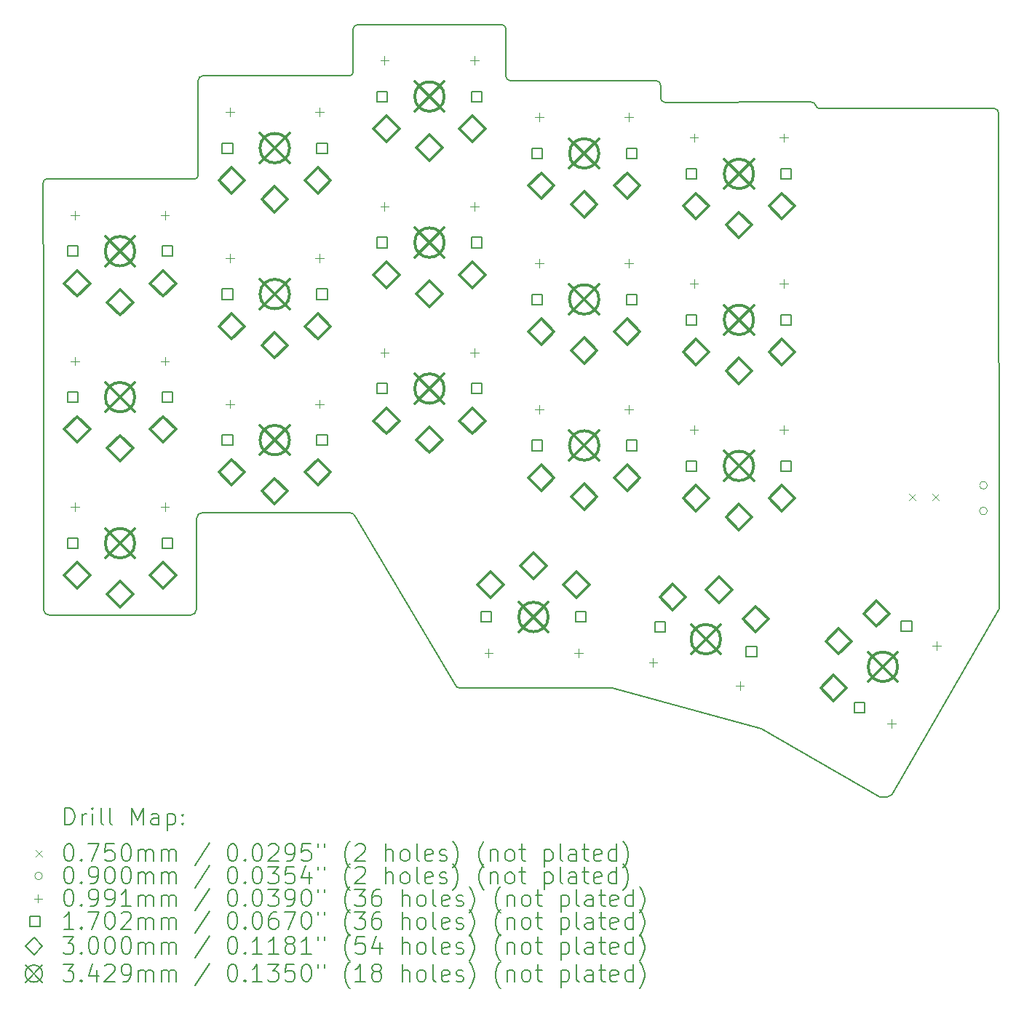
<source format=gbr>
%TF.GenerationSoftware,KiCad,Pcbnew,8.0.6*%
%TF.CreationDate,2024-11-01T11:01:27+01:00*%
%TF.ProjectId,temper,74656d70-6572-42e6-9b69-6361645f7063,1.0*%
%TF.SameCoordinates,Original*%
%TF.FileFunction,Drillmap*%
%TF.FilePolarity,Positive*%
%FSLAX45Y45*%
G04 Gerber Fmt 4.5, Leading zero omitted, Abs format (unit mm)*
G04 Created by KiCad (PCBNEW 8.0.6) date 2024-11-01 11:01:27*
%MOMM*%
%LPD*%
G01*
G04 APERTURE LIST*
%ADD10C,0.150000*%
%ADD11C,0.200000*%
%ADD12C,0.100000*%
%ADD13C,0.170180*%
%ADD14C,0.300000*%
%ADD15C,0.342900*%
G04 APERTURE END LIST*
D10*
X18762000Y-5380500D02*
X16733040Y-5381502D01*
X9451545Y-6202085D02*
X7741920Y-6197600D01*
X17576800Y-13365480D02*
X18821400Y-11201400D01*
X16047720Y-12598400D02*
X17428867Y-13395960D01*
X12537440Y-12124081D02*
X14315440Y-12125960D01*
X16636050Y-5305500D02*
G75*
G02*
X16685040Y-5345502I0J-50000D01*
G01*
X16733040Y-5381502D02*
G75*
G02*
X16685039Y-5345502I0J50002D01*
G01*
X16636050Y-5305500D02*
X14929320Y-5306902D01*
X9501545Y-6152085D02*
G75*
G02*
X9451545Y-6202085I-50005J5D01*
G01*
X9501712Y-5050682D02*
G75*
G02*
X9551712Y-5000682I49998J2D01*
G01*
X13031000Y-4403620D02*
X11353000Y-4404955D01*
X13081000Y-5005340D02*
X13081000Y-4453620D01*
X14829320Y-5056902D02*
X13131000Y-5055340D01*
X14879320Y-5256902D02*
X14879320Y-5106902D01*
X9501712Y-5050682D02*
X9501545Y-6152085D01*
X11254712Y-5000682D02*
X9551712Y-5000682D01*
X11303000Y-4454955D02*
X11304712Y-4950682D01*
X11304712Y-4950682D02*
G75*
G02*
X11254712Y-5000682I-50002J2D01*
G01*
X11303000Y-4454955D02*
G75*
G02*
X11353000Y-4404960I50000J-5D01*
G01*
X13031000Y-4403620D02*
G75*
G02*
X13081000Y-4453620I0J-50000D01*
G01*
X13131000Y-5055340D02*
G75*
G02*
X13081000Y-5005340I0J50000D01*
G01*
X14829320Y-5056902D02*
G75*
G02*
X14879318Y-5106902I0J-49998D01*
G01*
X14929320Y-5306902D02*
G75*
G02*
X14879318Y-5256902I0J50002D01*
G01*
X18762000Y-5380500D02*
G75*
G02*
X18812000Y-5430500I0J-50000D01*
G01*
X9545320Y-10086265D02*
X11262360Y-10086265D01*
X9479280Y-11074400D02*
X9484360Y-10147225D01*
X11262360Y-10086265D02*
G75*
G02*
X11329486Y-10129488I0J-73735D01*
G01*
X12537440Y-12124081D02*
G75*
G02*
X12501880Y-12110720I0J54001D01*
G01*
X17576800Y-13365480D02*
G75*
G02*
X17428867Y-13395959I-103930J130190D01*
G01*
X7701280Y-9377680D02*
X7701280Y-11074400D01*
X7696200Y-6243320D02*
X7701280Y-7670800D01*
X18812000Y-5430500D02*
X18821400Y-11201400D01*
X9479280Y-11211560D02*
X9479280Y-11074400D01*
X9484360Y-10147225D02*
G75*
G02*
X9545320Y-10086270I60960J-5D01*
G01*
X9479280Y-11211560D02*
G75*
G02*
X9413240Y-11277600I-66040J0D01*
G01*
X7701280Y-11211560D02*
X7701280Y-11074400D01*
X7701280Y-7670800D02*
X7701280Y-9377680D01*
X11329486Y-10129488D02*
X12501880Y-12110720D01*
X7696200Y-6243320D02*
G75*
G02*
X7741920Y-6197600I45720J0D01*
G01*
X7767320Y-11277600D02*
X9413240Y-11277600D01*
X14315440Y-12125960D02*
X16047720Y-12598400D01*
X7767320Y-11277600D02*
G75*
G02*
X7701280Y-11211560I0J66040D01*
G01*
D11*
D12*
X17767900Y-9868500D02*
X17842900Y-9943500D01*
X17842900Y-9868500D02*
X17767900Y-9943500D01*
X18042900Y-9868500D02*
X18117900Y-9943500D01*
X18117900Y-9868500D02*
X18042900Y-9943500D01*
X18680200Y-9765400D02*
G75*
G02*
X18590200Y-9765400I-45000J0D01*
G01*
X18590200Y-9765400D02*
G75*
G02*
X18680200Y-9765400I45000J0D01*
G01*
X18680200Y-10065400D02*
G75*
G02*
X18590200Y-10065400I-45000J0D01*
G01*
X18590200Y-10065400D02*
G75*
G02*
X18680200Y-10065400I45000J0D01*
G01*
X8069000Y-6570470D02*
X8069000Y-6669530D01*
X8019470Y-6620000D02*
X8118530Y-6620000D01*
X8069000Y-8270470D02*
X8069000Y-8369530D01*
X8019470Y-8320000D02*
X8118530Y-8320000D01*
X8069000Y-9970470D02*
X8069000Y-10069530D01*
X8019470Y-10020000D02*
X8118530Y-10020000D01*
X9113000Y-6570470D02*
X9113000Y-6669530D01*
X9063470Y-6620000D02*
X9162530Y-6620000D01*
X9113000Y-8270470D02*
X9113000Y-8369530D01*
X9063470Y-8320000D02*
X9162530Y-8320000D01*
X9113000Y-9970470D02*
X9113000Y-10069530D01*
X9063470Y-10020000D02*
X9162530Y-10020000D01*
X9869000Y-5370470D02*
X9869000Y-5469530D01*
X9819470Y-5420000D02*
X9918530Y-5420000D01*
X9869000Y-7070470D02*
X9869000Y-7169530D01*
X9819470Y-7120000D02*
X9918530Y-7120000D01*
X9869000Y-8770470D02*
X9869000Y-8869530D01*
X9819470Y-8820000D02*
X9918530Y-8820000D01*
X10913000Y-5370470D02*
X10913000Y-5469530D01*
X10863470Y-5420000D02*
X10962530Y-5420000D01*
X10913000Y-7070470D02*
X10913000Y-7169530D01*
X10863470Y-7120000D02*
X10962530Y-7120000D01*
X10913000Y-8770470D02*
X10913000Y-8869530D01*
X10863470Y-8820000D02*
X10962530Y-8820000D01*
X11669000Y-4770470D02*
X11669000Y-4869530D01*
X11619470Y-4820000D02*
X11718530Y-4820000D01*
X11669000Y-6470470D02*
X11669000Y-6569530D01*
X11619470Y-6520000D02*
X11718530Y-6520000D01*
X11669000Y-8170470D02*
X11669000Y-8269530D01*
X11619470Y-8220000D02*
X11718530Y-8220000D01*
X12713000Y-4770470D02*
X12713000Y-4869530D01*
X12663470Y-4820000D02*
X12762530Y-4820000D01*
X12713000Y-6470470D02*
X12713000Y-6569530D01*
X12663470Y-6520000D02*
X12762530Y-6520000D01*
X12713000Y-8170470D02*
X12713000Y-8269530D01*
X12663470Y-8220000D02*
X12762530Y-8220000D01*
X12879000Y-11669470D02*
X12879000Y-11768530D01*
X12829470Y-11719000D02*
X12928530Y-11719000D01*
X13469000Y-5432470D02*
X13469000Y-5531530D01*
X13419470Y-5482000D02*
X13518530Y-5482000D01*
X13469000Y-7132470D02*
X13469000Y-7231530D01*
X13419470Y-7182000D02*
X13518530Y-7182000D01*
X13469000Y-8832970D02*
X13469000Y-8932030D01*
X13419470Y-8882500D02*
X13518530Y-8882500D01*
X13923000Y-11669470D02*
X13923000Y-11768530D01*
X13873470Y-11719000D02*
X13972530Y-11719000D01*
X14513000Y-5432470D02*
X14513000Y-5531530D01*
X14463470Y-5482000D02*
X14562530Y-5482000D01*
X14513000Y-7132470D02*
X14513000Y-7231530D01*
X14463470Y-7182000D02*
X14562530Y-7182000D01*
X14513000Y-8832970D02*
X14513000Y-8932030D01*
X14463470Y-8882500D02*
X14562530Y-8882500D01*
X14793083Y-11779055D02*
X14793083Y-11878115D01*
X14743553Y-11828585D02*
X14842613Y-11828585D01*
X15269000Y-5670470D02*
X15269000Y-5769530D01*
X15219470Y-5720000D02*
X15318530Y-5720000D01*
X15269000Y-7370470D02*
X15269000Y-7469530D01*
X15219470Y-7420000D02*
X15318530Y-7420000D01*
X15269000Y-9070470D02*
X15269000Y-9169530D01*
X15219470Y-9120000D02*
X15318530Y-9120000D01*
X15801509Y-12049262D02*
X15801509Y-12148322D01*
X15751979Y-12098792D02*
X15851039Y-12098792D01*
X16313000Y-5670470D02*
X16313000Y-5769530D01*
X16263470Y-5720000D02*
X16362530Y-5720000D01*
X16313000Y-7370470D02*
X16313000Y-7469530D01*
X16263470Y-7420000D02*
X16362530Y-7420000D01*
X16313000Y-9070470D02*
X16313000Y-9169530D01*
X16263470Y-9120000D02*
X16362530Y-9120000D01*
X17568731Y-12491535D02*
X17568731Y-12590595D01*
X17519201Y-12541065D02*
X17618261Y-12541065D01*
X18090731Y-11587405D02*
X18090731Y-11686465D01*
X18041201Y-11636935D02*
X18140261Y-11636935D01*
D13*
X8101168Y-7100168D02*
X8101168Y-6979832D01*
X7980832Y-6979832D01*
X7980832Y-7100168D01*
X8101168Y-7100168D01*
X8101168Y-8800168D02*
X8101168Y-8679832D01*
X7980832Y-8679832D01*
X7980832Y-8800168D01*
X8101168Y-8800168D01*
X8101168Y-10500168D02*
X8101168Y-10379832D01*
X7980832Y-10379832D01*
X7980832Y-10500168D01*
X8101168Y-10500168D01*
X9201168Y-7100168D02*
X9201168Y-6979832D01*
X9080832Y-6979832D01*
X9080832Y-7100168D01*
X9201168Y-7100168D01*
X9201168Y-8800168D02*
X9201168Y-8679832D01*
X9080832Y-8679832D01*
X9080832Y-8800168D01*
X9201168Y-8800168D01*
X9201168Y-10500168D02*
X9201168Y-10379832D01*
X9080832Y-10379832D01*
X9080832Y-10500168D01*
X9201168Y-10500168D01*
X9901168Y-5900168D02*
X9901168Y-5779832D01*
X9780832Y-5779832D01*
X9780832Y-5900168D01*
X9901168Y-5900168D01*
X9901168Y-7600168D02*
X9901168Y-7479832D01*
X9780832Y-7479832D01*
X9780832Y-7600168D01*
X9901168Y-7600168D01*
X9901168Y-9300168D02*
X9901168Y-9179832D01*
X9780832Y-9179832D01*
X9780832Y-9300168D01*
X9901168Y-9300168D01*
X11001168Y-5900168D02*
X11001168Y-5779832D01*
X10880832Y-5779832D01*
X10880832Y-5900168D01*
X11001168Y-5900168D01*
X11001168Y-7600168D02*
X11001168Y-7479832D01*
X10880832Y-7479832D01*
X10880832Y-7600168D01*
X11001168Y-7600168D01*
X11001168Y-9300168D02*
X11001168Y-9179832D01*
X10880832Y-9179832D01*
X10880832Y-9300168D01*
X11001168Y-9300168D01*
X11701168Y-5300168D02*
X11701168Y-5179832D01*
X11580832Y-5179832D01*
X11580832Y-5300168D01*
X11701168Y-5300168D01*
X11701168Y-7000168D02*
X11701168Y-6879832D01*
X11580832Y-6879832D01*
X11580832Y-7000168D01*
X11701168Y-7000168D01*
X11701168Y-8700168D02*
X11701168Y-8579832D01*
X11580832Y-8579832D01*
X11580832Y-8700168D01*
X11701168Y-8700168D01*
X12801168Y-5300168D02*
X12801168Y-5179832D01*
X12680832Y-5179832D01*
X12680832Y-5300168D01*
X12801168Y-5300168D01*
X12801168Y-7000168D02*
X12801168Y-6879832D01*
X12680832Y-6879832D01*
X12680832Y-7000168D01*
X12801168Y-7000168D01*
X12801168Y-8700168D02*
X12801168Y-8579832D01*
X12680832Y-8579832D01*
X12680832Y-8700168D01*
X12801168Y-8700168D01*
X12911168Y-11359168D02*
X12911168Y-11238832D01*
X12790832Y-11238832D01*
X12790832Y-11359168D01*
X12911168Y-11359168D01*
X13501168Y-5962168D02*
X13501168Y-5841832D01*
X13380832Y-5841832D01*
X13380832Y-5962168D01*
X13501168Y-5962168D01*
X13501168Y-7662168D02*
X13501168Y-7541832D01*
X13380832Y-7541832D01*
X13380832Y-7662168D01*
X13501168Y-7662168D01*
X13501168Y-9362668D02*
X13501168Y-9242332D01*
X13380832Y-9242332D01*
X13380832Y-9362668D01*
X13501168Y-9362668D01*
X14011168Y-11359168D02*
X14011168Y-11238832D01*
X13890832Y-11238832D01*
X13890832Y-11359168D01*
X14011168Y-11359168D01*
X14601168Y-5962168D02*
X14601168Y-5841832D01*
X14480832Y-5841832D01*
X14480832Y-5962168D01*
X14601168Y-5962168D01*
X14601168Y-7662168D02*
X14601168Y-7541832D01*
X14480832Y-7541832D01*
X14480832Y-7662168D01*
X14601168Y-7662168D01*
X14601168Y-9362668D02*
X14601168Y-9242332D01*
X14480832Y-9242332D01*
X14480832Y-9362668D01*
X14601168Y-9362668D01*
X14934909Y-11475818D02*
X14934909Y-11355481D01*
X14814572Y-11355481D01*
X14814572Y-11475818D01*
X14934909Y-11475818D01*
X15301168Y-6200168D02*
X15301168Y-6079832D01*
X15180832Y-6079832D01*
X15180832Y-6200168D01*
X15301168Y-6200168D01*
X15301168Y-7900168D02*
X15301168Y-7779832D01*
X15180832Y-7779832D01*
X15180832Y-7900168D01*
X15301168Y-7900168D01*
X15301168Y-9600168D02*
X15301168Y-9479832D01*
X15180832Y-9479832D01*
X15180832Y-9600168D01*
X15301168Y-9600168D01*
X15997427Y-11760519D02*
X15997427Y-11640182D01*
X15877091Y-11640182D01*
X15877091Y-11760519D01*
X15997427Y-11760519D01*
X16401168Y-6200168D02*
X16401168Y-6079832D01*
X16280832Y-6079832D01*
X16280832Y-6200168D01*
X16401168Y-6200168D01*
X16401168Y-7900168D02*
X16401168Y-7779832D01*
X16280832Y-7779832D01*
X16280832Y-7900168D01*
X16401168Y-7900168D01*
X16401168Y-9600168D02*
X16401168Y-9479832D01*
X16280832Y-9479832D01*
X16280832Y-9600168D01*
X16401168Y-9600168D01*
X17251168Y-12415482D02*
X17251168Y-12295146D01*
X17130832Y-12295146D01*
X17130832Y-12415482D01*
X17251168Y-12415482D01*
X17801168Y-11462854D02*
X17801168Y-11342518D01*
X17680832Y-11342518D01*
X17680832Y-11462854D01*
X17801168Y-11462854D01*
D14*
X8091000Y-7565000D02*
X8241000Y-7415000D01*
X8091000Y-7265000D01*
X7941000Y-7415000D01*
X8091000Y-7565000D01*
X8091000Y-9265000D02*
X8241000Y-9115000D01*
X8091000Y-8965000D01*
X7941000Y-9115000D01*
X8091000Y-9265000D01*
X8091000Y-10965000D02*
X8241000Y-10815000D01*
X8091000Y-10665000D01*
X7941000Y-10815000D01*
X8091000Y-10965000D01*
X8591000Y-7785000D02*
X8741000Y-7635000D01*
X8591000Y-7485000D01*
X8441000Y-7635000D01*
X8591000Y-7785000D01*
X8591000Y-9485000D02*
X8741000Y-9335000D01*
X8591000Y-9185000D01*
X8441000Y-9335000D01*
X8591000Y-9485000D01*
X8591000Y-11185000D02*
X8741000Y-11035000D01*
X8591000Y-10885000D01*
X8441000Y-11035000D01*
X8591000Y-11185000D01*
X9091000Y-7565000D02*
X9241000Y-7415000D01*
X9091000Y-7265000D01*
X8941000Y-7415000D01*
X9091000Y-7565000D01*
X9091000Y-9265000D02*
X9241000Y-9115000D01*
X9091000Y-8965000D01*
X8941000Y-9115000D01*
X9091000Y-9265000D01*
X9091000Y-10965000D02*
X9241000Y-10815000D01*
X9091000Y-10665000D01*
X8941000Y-10815000D01*
X9091000Y-10965000D01*
X9891000Y-6365000D02*
X10041000Y-6215000D01*
X9891000Y-6065000D01*
X9741000Y-6215000D01*
X9891000Y-6365000D01*
X9891000Y-8065000D02*
X10041000Y-7915000D01*
X9891000Y-7765000D01*
X9741000Y-7915000D01*
X9891000Y-8065000D01*
X9891000Y-9765000D02*
X10041000Y-9615000D01*
X9891000Y-9465000D01*
X9741000Y-9615000D01*
X9891000Y-9765000D01*
X10391000Y-6585000D02*
X10541000Y-6435000D01*
X10391000Y-6285000D01*
X10241000Y-6435000D01*
X10391000Y-6585000D01*
X10391000Y-8285000D02*
X10541000Y-8135000D01*
X10391000Y-7985000D01*
X10241000Y-8135000D01*
X10391000Y-8285000D01*
X10391000Y-9985000D02*
X10541000Y-9835000D01*
X10391000Y-9685000D01*
X10241000Y-9835000D01*
X10391000Y-9985000D01*
X10891000Y-6365000D02*
X11041000Y-6215000D01*
X10891000Y-6065000D01*
X10741000Y-6215000D01*
X10891000Y-6365000D01*
X10891000Y-8065000D02*
X11041000Y-7915000D01*
X10891000Y-7765000D01*
X10741000Y-7915000D01*
X10891000Y-8065000D01*
X10891000Y-9765000D02*
X11041000Y-9615000D01*
X10891000Y-9465000D01*
X10741000Y-9615000D01*
X10891000Y-9765000D01*
X11691000Y-5765000D02*
X11841000Y-5615000D01*
X11691000Y-5465000D01*
X11541000Y-5615000D01*
X11691000Y-5765000D01*
X11691000Y-7465000D02*
X11841000Y-7315000D01*
X11691000Y-7165000D01*
X11541000Y-7315000D01*
X11691000Y-7465000D01*
X11691000Y-9165000D02*
X11841000Y-9015000D01*
X11691000Y-8865000D01*
X11541000Y-9015000D01*
X11691000Y-9165000D01*
X12191000Y-5985000D02*
X12341000Y-5835000D01*
X12191000Y-5685000D01*
X12041000Y-5835000D01*
X12191000Y-5985000D01*
X12191000Y-7685000D02*
X12341000Y-7535000D01*
X12191000Y-7385000D01*
X12041000Y-7535000D01*
X12191000Y-7685000D01*
X12191000Y-9385000D02*
X12341000Y-9235000D01*
X12191000Y-9085000D01*
X12041000Y-9235000D01*
X12191000Y-9385000D01*
X12691000Y-5765000D02*
X12841000Y-5615000D01*
X12691000Y-5465000D01*
X12541000Y-5615000D01*
X12691000Y-5765000D01*
X12691000Y-7465000D02*
X12841000Y-7315000D01*
X12691000Y-7165000D01*
X12541000Y-7315000D01*
X12691000Y-7465000D01*
X12691000Y-9165000D02*
X12841000Y-9015000D01*
X12691000Y-8865000D01*
X12541000Y-9015000D01*
X12691000Y-9165000D01*
X12901000Y-11074000D02*
X13051000Y-10924000D01*
X12901000Y-10774000D01*
X12751000Y-10924000D01*
X12901000Y-11074000D01*
X13401000Y-10854000D02*
X13551000Y-10704000D01*
X13401000Y-10554000D01*
X13251000Y-10704000D01*
X13401000Y-10854000D01*
X13491000Y-6427000D02*
X13641000Y-6277000D01*
X13491000Y-6127000D01*
X13341000Y-6277000D01*
X13491000Y-6427000D01*
X13491000Y-8127000D02*
X13641000Y-7977000D01*
X13491000Y-7827000D01*
X13341000Y-7977000D01*
X13491000Y-8127000D01*
X13491000Y-9827500D02*
X13641000Y-9677500D01*
X13491000Y-9527500D01*
X13341000Y-9677500D01*
X13491000Y-9827500D01*
X13901000Y-11074000D02*
X14051000Y-10924000D01*
X13901000Y-10774000D01*
X13751000Y-10924000D01*
X13901000Y-11074000D01*
X13991000Y-6647000D02*
X14141000Y-6497000D01*
X13991000Y-6347000D01*
X13841000Y-6497000D01*
X13991000Y-6647000D01*
X13991000Y-8347000D02*
X14141000Y-8197000D01*
X13991000Y-8047000D01*
X13841000Y-8197000D01*
X13991000Y-8347000D01*
X13991000Y-10047500D02*
X14141000Y-9897500D01*
X13991000Y-9747500D01*
X13841000Y-9897500D01*
X13991000Y-10047500D01*
X14491000Y-6427000D02*
X14641000Y-6277000D01*
X14491000Y-6127000D01*
X14341000Y-6277000D01*
X14491000Y-6427000D01*
X14491000Y-8127000D02*
X14641000Y-7977000D01*
X14491000Y-7827000D01*
X14341000Y-7977000D01*
X14491000Y-8127000D01*
X14491000Y-9827500D02*
X14641000Y-9677500D01*
X14491000Y-9527500D01*
X14341000Y-9677500D01*
X14491000Y-9827500D01*
X15020094Y-11216368D02*
X15170094Y-11066368D01*
X15020094Y-10916368D01*
X14870094Y-11066368D01*
X15020094Y-11216368D01*
X15291000Y-6665000D02*
X15441000Y-6515000D01*
X15291000Y-6365000D01*
X15141000Y-6515000D01*
X15291000Y-6665000D01*
X15291000Y-8365000D02*
X15441000Y-8215000D01*
X15291000Y-8065000D01*
X15141000Y-8215000D01*
X15291000Y-8365000D01*
X15291000Y-10065000D02*
X15441000Y-9915000D01*
X15291000Y-9765000D01*
X15141000Y-9915000D01*
X15291000Y-10065000D01*
X15559997Y-11133274D02*
X15709997Y-10983274D01*
X15559997Y-10833274D01*
X15409997Y-10983274D01*
X15559997Y-11133274D01*
X15791000Y-6885000D02*
X15941000Y-6735000D01*
X15791000Y-6585000D01*
X15641000Y-6735000D01*
X15791000Y-6885000D01*
X15791000Y-8585000D02*
X15941000Y-8435000D01*
X15791000Y-8285000D01*
X15641000Y-8435000D01*
X15791000Y-8585000D01*
X15791000Y-10285000D02*
X15941000Y-10135000D01*
X15791000Y-9985000D01*
X15641000Y-10135000D01*
X15791000Y-10285000D01*
X15986020Y-11475187D02*
X16136020Y-11325187D01*
X15986020Y-11175187D01*
X15836020Y-11325187D01*
X15986020Y-11475187D01*
X16291000Y-6665000D02*
X16441000Y-6515000D01*
X16291000Y-6365000D01*
X16141000Y-6515000D01*
X16291000Y-6665000D01*
X16291000Y-8365000D02*
X16441000Y-8215000D01*
X16291000Y-8065000D01*
X16141000Y-8215000D01*
X16291000Y-8365000D01*
X16291000Y-10065000D02*
X16441000Y-9915000D01*
X16291000Y-9765000D01*
X16141000Y-9915000D01*
X16291000Y-10065000D01*
X16891241Y-12274513D02*
X17041241Y-12124513D01*
X16891241Y-11974513D01*
X16741240Y-12124513D01*
X16891241Y-12274513D01*
X16950715Y-11731500D02*
X17100715Y-11581500D01*
X16950715Y-11431500D01*
X16800715Y-11581500D01*
X16950715Y-11731500D01*
X17391241Y-11408487D02*
X17541241Y-11258487D01*
X17391241Y-11108487D01*
X17241241Y-11258487D01*
X17391241Y-11408487D01*
D15*
X8419550Y-6868550D02*
X8762450Y-7211450D01*
X8762450Y-6868550D02*
X8419550Y-7211450D01*
X8762450Y-7040000D02*
G75*
G02*
X8419550Y-7040000I-171450J0D01*
G01*
X8419550Y-7040000D02*
G75*
G02*
X8762450Y-7040000I171450J0D01*
G01*
X8419550Y-8568550D02*
X8762450Y-8911450D01*
X8762450Y-8568550D02*
X8419550Y-8911450D01*
X8762450Y-8740000D02*
G75*
G02*
X8419550Y-8740000I-171450J0D01*
G01*
X8419550Y-8740000D02*
G75*
G02*
X8762450Y-8740000I171450J0D01*
G01*
X8419550Y-10268550D02*
X8762450Y-10611450D01*
X8762450Y-10268550D02*
X8419550Y-10611450D01*
X8762450Y-10440000D02*
G75*
G02*
X8419550Y-10440000I-171450J0D01*
G01*
X8419550Y-10440000D02*
G75*
G02*
X8762450Y-10440000I171450J0D01*
G01*
X10219550Y-5668550D02*
X10562450Y-6011450D01*
X10562450Y-5668550D02*
X10219550Y-6011450D01*
X10562450Y-5840000D02*
G75*
G02*
X10219550Y-5840000I-171450J0D01*
G01*
X10219550Y-5840000D02*
G75*
G02*
X10562450Y-5840000I171450J0D01*
G01*
X10219550Y-7368550D02*
X10562450Y-7711450D01*
X10562450Y-7368550D02*
X10219550Y-7711450D01*
X10562450Y-7540000D02*
G75*
G02*
X10219550Y-7540000I-171450J0D01*
G01*
X10219550Y-7540000D02*
G75*
G02*
X10562450Y-7540000I171450J0D01*
G01*
X10219550Y-9068550D02*
X10562450Y-9411450D01*
X10562450Y-9068550D02*
X10219550Y-9411450D01*
X10562450Y-9240000D02*
G75*
G02*
X10219550Y-9240000I-171450J0D01*
G01*
X10219550Y-9240000D02*
G75*
G02*
X10562450Y-9240000I171450J0D01*
G01*
X12019550Y-5068550D02*
X12362450Y-5411450D01*
X12362450Y-5068550D02*
X12019550Y-5411450D01*
X12362450Y-5240000D02*
G75*
G02*
X12019550Y-5240000I-171450J0D01*
G01*
X12019550Y-5240000D02*
G75*
G02*
X12362450Y-5240000I171450J0D01*
G01*
X12019550Y-6768550D02*
X12362450Y-7111450D01*
X12362450Y-6768550D02*
X12019550Y-7111450D01*
X12362450Y-6940000D02*
G75*
G02*
X12019550Y-6940000I-171450J0D01*
G01*
X12019550Y-6940000D02*
G75*
G02*
X12362450Y-6940000I171450J0D01*
G01*
X12019550Y-8468550D02*
X12362450Y-8811450D01*
X12362450Y-8468550D02*
X12019550Y-8811450D01*
X12362450Y-8640000D02*
G75*
G02*
X12019550Y-8640000I-171450J0D01*
G01*
X12019550Y-8640000D02*
G75*
G02*
X12362450Y-8640000I171450J0D01*
G01*
X13229550Y-11127550D02*
X13572450Y-11470450D01*
X13572450Y-11127550D02*
X13229550Y-11470450D01*
X13572450Y-11299000D02*
G75*
G02*
X13229550Y-11299000I-171450J0D01*
G01*
X13229550Y-11299000D02*
G75*
G02*
X13572450Y-11299000I171450J0D01*
G01*
X13819550Y-5730550D02*
X14162450Y-6073450D01*
X14162450Y-5730550D02*
X13819550Y-6073450D01*
X14162450Y-5902000D02*
G75*
G02*
X13819550Y-5902000I-171450J0D01*
G01*
X13819550Y-5902000D02*
G75*
G02*
X14162450Y-5902000I171450J0D01*
G01*
X13819550Y-7430550D02*
X14162450Y-7773450D01*
X14162450Y-7430550D02*
X13819550Y-7773450D01*
X14162450Y-7602000D02*
G75*
G02*
X13819550Y-7602000I-171450J0D01*
G01*
X13819550Y-7602000D02*
G75*
G02*
X14162450Y-7602000I171450J0D01*
G01*
X13819550Y-9131050D02*
X14162450Y-9473950D01*
X14162450Y-9131050D02*
X13819550Y-9473950D01*
X14162450Y-9302500D02*
G75*
G02*
X13819550Y-9302500I-171450J0D01*
G01*
X13819550Y-9302500D02*
G75*
G02*
X14162450Y-9302500I171450J0D01*
G01*
X15234550Y-11386550D02*
X15577450Y-11729450D01*
X15577450Y-11386550D02*
X15234550Y-11729450D01*
X15577450Y-11558000D02*
G75*
G02*
X15234550Y-11558000I-171450J0D01*
G01*
X15234550Y-11558000D02*
G75*
G02*
X15577450Y-11558000I171450J0D01*
G01*
X15619550Y-5968550D02*
X15962450Y-6311450D01*
X15962450Y-5968550D02*
X15619550Y-6311450D01*
X15962450Y-6140000D02*
G75*
G02*
X15619550Y-6140000I-171450J0D01*
G01*
X15619550Y-6140000D02*
G75*
G02*
X15962450Y-6140000I171450J0D01*
G01*
X15619550Y-7668550D02*
X15962450Y-8011450D01*
X15962450Y-7668550D02*
X15619550Y-8011450D01*
X15962450Y-7840000D02*
G75*
G02*
X15619550Y-7840000I-171450J0D01*
G01*
X15619550Y-7840000D02*
G75*
G02*
X15962450Y-7840000I171450J0D01*
G01*
X15619550Y-9368550D02*
X15962450Y-9711450D01*
X15962450Y-9368550D02*
X15619550Y-9711450D01*
X15962450Y-9540000D02*
G75*
G02*
X15619550Y-9540000I-171450J0D01*
G01*
X15619550Y-9540000D02*
G75*
G02*
X15962450Y-9540000I171450J0D01*
G01*
X17294550Y-11707550D02*
X17637450Y-12050450D01*
X17637450Y-11707550D02*
X17294550Y-12050450D01*
X17637450Y-11879000D02*
G75*
G02*
X17294550Y-11879000I-171450J0D01*
G01*
X17294550Y-11879000D02*
G75*
G02*
X17637450Y-11879000I171450J0D01*
G01*
D11*
X7949477Y-13720860D02*
X7949477Y-13520860D01*
X7949477Y-13520860D02*
X7997096Y-13520860D01*
X7997096Y-13520860D02*
X8025667Y-13530384D01*
X8025667Y-13530384D02*
X8044715Y-13549431D01*
X8044715Y-13549431D02*
X8054239Y-13568479D01*
X8054239Y-13568479D02*
X8063762Y-13606574D01*
X8063762Y-13606574D02*
X8063762Y-13635145D01*
X8063762Y-13635145D02*
X8054239Y-13673241D01*
X8054239Y-13673241D02*
X8044715Y-13692288D01*
X8044715Y-13692288D02*
X8025667Y-13711336D01*
X8025667Y-13711336D02*
X7997096Y-13720860D01*
X7997096Y-13720860D02*
X7949477Y-13720860D01*
X8149477Y-13720860D02*
X8149477Y-13587526D01*
X8149477Y-13625622D02*
X8159001Y-13606574D01*
X8159001Y-13606574D02*
X8168524Y-13597050D01*
X8168524Y-13597050D02*
X8187572Y-13587526D01*
X8187572Y-13587526D02*
X8206620Y-13587526D01*
X8273286Y-13720860D02*
X8273286Y-13587526D01*
X8273286Y-13520860D02*
X8263762Y-13530384D01*
X8263762Y-13530384D02*
X8273286Y-13539907D01*
X8273286Y-13539907D02*
X8282810Y-13530384D01*
X8282810Y-13530384D02*
X8273286Y-13520860D01*
X8273286Y-13520860D02*
X8273286Y-13539907D01*
X8397096Y-13720860D02*
X8378048Y-13711336D01*
X8378048Y-13711336D02*
X8368524Y-13692288D01*
X8368524Y-13692288D02*
X8368524Y-13520860D01*
X8501858Y-13720860D02*
X8482810Y-13711336D01*
X8482810Y-13711336D02*
X8473286Y-13692288D01*
X8473286Y-13692288D02*
X8473286Y-13520860D01*
X8730429Y-13720860D02*
X8730429Y-13520860D01*
X8730429Y-13520860D02*
X8797096Y-13663717D01*
X8797096Y-13663717D02*
X8863763Y-13520860D01*
X8863763Y-13520860D02*
X8863763Y-13720860D01*
X9044715Y-13720860D02*
X9044715Y-13616098D01*
X9044715Y-13616098D02*
X9035191Y-13597050D01*
X9035191Y-13597050D02*
X9016144Y-13587526D01*
X9016144Y-13587526D02*
X8978048Y-13587526D01*
X8978048Y-13587526D02*
X8959001Y-13597050D01*
X9044715Y-13711336D02*
X9025667Y-13720860D01*
X9025667Y-13720860D02*
X8978048Y-13720860D01*
X8978048Y-13720860D02*
X8959001Y-13711336D01*
X8959001Y-13711336D02*
X8949477Y-13692288D01*
X8949477Y-13692288D02*
X8949477Y-13673241D01*
X8949477Y-13673241D02*
X8959001Y-13654193D01*
X8959001Y-13654193D02*
X8978048Y-13644669D01*
X8978048Y-13644669D02*
X9025667Y-13644669D01*
X9025667Y-13644669D02*
X9044715Y-13635145D01*
X9139953Y-13587526D02*
X9139953Y-13787526D01*
X9139953Y-13597050D02*
X9159001Y-13587526D01*
X9159001Y-13587526D02*
X9197096Y-13587526D01*
X9197096Y-13587526D02*
X9216144Y-13597050D01*
X9216144Y-13597050D02*
X9225667Y-13606574D01*
X9225667Y-13606574D02*
X9235191Y-13625622D01*
X9235191Y-13625622D02*
X9235191Y-13682764D01*
X9235191Y-13682764D02*
X9225667Y-13701812D01*
X9225667Y-13701812D02*
X9216144Y-13711336D01*
X9216144Y-13711336D02*
X9197096Y-13720860D01*
X9197096Y-13720860D02*
X9159001Y-13720860D01*
X9159001Y-13720860D02*
X9139953Y-13711336D01*
X9320905Y-13701812D02*
X9330429Y-13711336D01*
X9330429Y-13711336D02*
X9320905Y-13720860D01*
X9320905Y-13720860D02*
X9311382Y-13711336D01*
X9311382Y-13711336D02*
X9320905Y-13701812D01*
X9320905Y-13701812D02*
X9320905Y-13720860D01*
X9320905Y-13597050D02*
X9330429Y-13606574D01*
X9330429Y-13606574D02*
X9320905Y-13616098D01*
X9320905Y-13616098D02*
X9311382Y-13606574D01*
X9311382Y-13606574D02*
X9320905Y-13597050D01*
X9320905Y-13597050D02*
X9320905Y-13616098D01*
D12*
X7613700Y-14011876D02*
X7688700Y-14086876D01*
X7688700Y-14011876D02*
X7613700Y-14086876D01*
D11*
X7987572Y-13940860D02*
X8006620Y-13940860D01*
X8006620Y-13940860D02*
X8025667Y-13950384D01*
X8025667Y-13950384D02*
X8035191Y-13959907D01*
X8035191Y-13959907D02*
X8044715Y-13978955D01*
X8044715Y-13978955D02*
X8054239Y-14017050D01*
X8054239Y-14017050D02*
X8054239Y-14064669D01*
X8054239Y-14064669D02*
X8044715Y-14102764D01*
X8044715Y-14102764D02*
X8035191Y-14121812D01*
X8035191Y-14121812D02*
X8025667Y-14131336D01*
X8025667Y-14131336D02*
X8006620Y-14140860D01*
X8006620Y-14140860D02*
X7987572Y-14140860D01*
X7987572Y-14140860D02*
X7968524Y-14131336D01*
X7968524Y-14131336D02*
X7959001Y-14121812D01*
X7959001Y-14121812D02*
X7949477Y-14102764D01*
X7949477Y-14102764D02*
X7939953Y-14064669D01*
X7939953Y-14064669D02*
X7939953Y-14017050D01*
X7939953Y-14017050D02*
X7949477Y-13978955D01*
X7949477Y-13978955D02*
X7959001Y-13959907D01*
X7959001Y-13959907D02*
X7968524Y-13950384D01*
X7968524Y-13950384D02*
X7987572Y-13940860D01*
X8139953Y-14121812D02*
X8149477Y-14131336D01*
X8149477Y-14131336D02*
X8139953Y-14140860D01*
X8139953Y-14140860D02*
X8130429Y-14131336D01*
X8130429Y-14131336D02*
X8139953Y-14121812D01*
X8139953Y-14121812D02*
X8139953Y-14140860D01*
X8216143Y-13940860D02*
X8349477Y-13940860D01*
X8349477Y-13940860D02*
X8263762Y-14140860D01*
X8520905Y-13940860D02*
X8425667Y-13940860D01*
X8425667Y-13940860D02*
X8416144Y-14036098D01*
X8416144Y-14036098D02*
X8425667Y-14026574D01*
X8425667Y-14026574D02*
X8444715Y-14017050D01*
X8444715Y-14017050D02*
X8492334Y-14017050D01*
X8492334Y-14017050D02*
X8511382Y-14026574D01*
X8511382Y-14026574D02*
X8520905Y-14036098D01*
X8520905Y-14036098D02*
X8530429Y-14055145D01*
X8530429Y-14055145D02*
X8530429Y-14102764D01*
X8530429Y-14102764D02*
X8520905Y-14121812D01*
X8520905Y-14121812D02*
X8511382Y-14131336D01*
X8511382Y-14131336D02*
X8492334Y-14140860D01*
X8492334Y-14140860D02*
X8444715Y-14140860D01*
X8444715Y-14140860D02*
X8425667Y-14131336D01*
X8425667Y-14131336D02*
X8416144Y-14121812D01*
X8654239Y-13940860D02*
X8673286Y-13940860D01*
X8673286Y-13940860D02*
X8692334Y-13950384D01*
X8692334Y-13950384D02*
X8701858Y-13959907D01*
X8701858Y-13959907D02*
X8711382Y-13978955D01*
X8711382Y-13978955D02*
X8720905Y-14017050D01*
X8720905Y-14017050D02*
X8720905Y-14064669D01*
X8720905Y-14064669D02*
X8711382Y-14102764D01*
X8711382Y-14102764D02*
X8701858Y-14121812D01*
X8701858Y-14121812D02*
X8692334Y-14131336D01*
X8692334Y-14131336D02*
X8673286Y-14140860D01*
X8673286Y-14140860D02*
X8654239Y-14140860D01*
X8654239Y-14140860D02*
X8635191Y-14131336D01*
X8635191Y-14131336D02*
X8625667Y-14121812D01*
X8625667Y-14121812D02*
X8616144Y-14102764D01*
X8616144Y-14102764D02*
X8606620Y-14064669D01*
X8606620Y-14064669D02*
X8606620Y-14017050D01*
X8606620Y-14017050D02*
X8616144Y-13978955D01*
X8616144Y-13978955D02*
X8625667Y-13959907D01*
X8625667Y-13959907D02*
X8635191Y-13950384D01*
X8635191Y-13950384D02*
X8654239Y-13940860D01*
X8806620Y-14140860D02*
X8806620Y-14007526D01*
X8806620Y-14026574D02*
X8816144Y-14017050D01*
X8816144Y-14017050D02*
X8835191Y-14007526D01*
X8835191Y-14007526D02*
X8863763Y-14007526D01*
X8863763Y-14007526D02*
X8882810Y-14017050D01*
X8882810Y-14017050D02*
X8892334Y-14036098D01*
X8892334Y-14036098D02*
X8892334Y-14140860D01*
X8892334Y-14036098D02*
X8901858Y-14017050D01*
X8901858Y-14017050D02*
X8920905Y-14007526D01*
X8920905Y-14007526D02*
X8949477Y-14007526D01*
X8949477Y-14007526D02*
X8968525Y-14017050D01*
X8968525Y-14017050D02*
X8978048Y-14036098D01*
X8978048Y-14036098D02*
X8978048Y-14140860D01*
X9073286Y-14140860D02*
X9073286Y-14007526D01*
X9073286Y-14026574D02*
X9082810Y-14017050D01*
X9082810Y-14017050D02*
X9101858Y-14007526D01*
X9101858Y-14007526D02*
X9130429Y-14007526D01*
X9130429Y-14007526D02*
X9149477Y-14017050D01*
X9149477Y-14017050D02*
X9159001Y-14036098D01*
X9159001Y-14036098D02*
X9159001Y-14140860D01*
X9159001Y-14036098D02*
X9168525Y-14017050D01*
X9168525Y-14017050D02*
X9187572Y-14007526D01*
X9187572Y-14007526D02*
X9216144Y-14007526D01*
X9216144Y-14007526D02*
X9235191Y-14017050D01*
X9235191Y-14017050D02*
X9244715Y-14036098D01*
X9244715Y-14036098D02*
X9244715Y-14140860D01*
X9635191Y-13931336D02*
X9463763Y-14188479D01*
X9892334Y-13940860D02*
X9911382Y-13940860D01*
X9911382Y-13940860D02*
X9930429Y-13950384D01*
X9930429Y-13950384D02*
X9939953Y-13959907D01*
X9939953Y-13959907D02*
X9949477Y-13978955D01*
X9949477Y-13978955D02*
X9959001Y-14017050D01*
X9959001Y-14017050D02*
X9959001Y-14064669D01*
X9959001Y-14064669D02*
X9949477Y-14102764D01*
X9949477Y-14102764D02*
X9939953Y-14121812D01*
X9939953Y-14121812D02*
X9930429Y-14131336D01*
X9930429Y-14131336D02*
X9911382Y-14140860D01*
X9911382Y-14140860D02*
X9892334Y-14140860D01*
X9892334Y-14140860D02*
X9873287Y-14131336D01*
X9873287Y-14131336D02*
X9863763Y-14121812D01*
X9863763Y-14121812D02*
X9854239Y-14102764D01*
X9854239Y-14102764D02*
X9844715Y-14064669D01*
X9844715Y-14064669D02*
X9844715Y-14017050D01*
X9844715Y-14017050D02*
X9854239Y-13978955D01*
X9854239Y-13978955D02*
X9863763Y-13959907D01*
X9863763Y-13959907D02*
X9873287Y-13950384D01*
X9873287Y-13950384D02*
X9892334Y-13940860D01*
X10044715Y-14121812D02*
X10054239Y-14131336D01*
X10054239Y-14131336D02*
X10044715Y-14140860D01*
X10044715Y-14140860D02*
X10035191Y-14131336D01*
X10035191Y-14131336D02*
X10044715Y-14121812D01*
X10044715Y-14121812D02*
X10044715Y-14140860D01*
X10178048Y-13940860D02*
X10197096Y-13940860D01*
X10197096Y-13940860D02*
X10216144Y-13950384D01*
X10216144Y-13950384D02*
X10225668Y-13959907D01*
X10225668Y-13959907D02*
X10235191Y-13978955D01*
X10235191Y-13978955D02*
X10244715Y-14017050D01*
X10244715Y-14017050D02*
X10244715Y-14064669D01*
X10244715Y-14064669D02*
X10235191Y-14102764D01*
X10235191Y-14102764D02*
X10225668Y-14121812D01*
X10225668Y-14121812D02*
X10216144Y-14131336D01*
X10216144Y-14131336D02*
X10197096Y-14140860D01*
X10197096Y-14140860D02*
X10178048Y-14140860D01*
X10178048Y-14140860D02*
X10159001Y-14131336D01*
X10159001Y-14131336D02*
X10149477Y-14121812D01*
X10149477Y-14121812D02*
X10139953Y-14102764D01*
X10139953Y-14102764D02*
X10130429Y-14064669D01*
X10130429Y-14064669D02*
X10130429Y-14017050D01*
X10130429Y-14017050D02*
X10139953Y-13978955D01*
X10139953Y-13978955D02*
X10149477Y-13959907D01*
X10149477Y-13959907D02*
X10159001Y-13950384D01*
X10159001Y-13950384D02*
X10178048Y-13940860D01*
X10320906Y-13959907D02*
X10330429Y-13950384D01*
X10330429Y-13950384D02*
X10349477Y-13940860D01*
X10349477Y-13940860D02*
X10397096Y-13940860D01*
X10397096Y-13940860D02*
X10416144Y-13950384D01*
X10416144Y-13950384D02*
X10425668Y-13959907D01*
X10425668Y-13959907D02*
X10435191Y-13978955D01*
X10435191Y-13978955D02*
X10435191Y-13998003D01*
X10435191Y-13998003D02*
X10425668Y-14026574D01*
X10425668Y-14026574D02*
X10311382Y-14140860D01*
X10311382Y-14140860D02*
X10435191Y-14140860D01*
X10530429Y-14140860D02*
X10568525Y-14140860D01*
X10568525Y-14140860D02*
X10587572Y-14131336D01*
X10587572Y-14131336D02*
X10597096Y-14121812D01*
X10597096Y-14121812D02*
X10616144Y-14093241D01*
X10616144Y-14093241D02*
X10625668Y-14055145D01*
X10625668Y-14055145D02*
X10625668Y-13978955D01*
X10625668Y-13978955D02*
X10616144Y-13959907D01*
X10616144Y-13959907D02*
X10606620Y-13950384D01*
X10606620Y-13950384D02*
X10587572Y-13940860D01*
X10587572Y-13940860D02*
X10549477Y-13940860D01*
X10549477Y-13940860D02*
X10530429Y-13950384D01*
X10530429Y-13950384D02*
X10520906Y-13959907D01*
X10520906Y-13959907D02*
X10511382Y-13978955D01*
X10511382Y-13978955D02*
X10511382Y-14026574D01*
X10511382Y-14026574D02*
X10520906Y-14045622D01*
X10520906Y-14045622D02*
X10530429Y-14055145D01*
X10530429Y-14055145D02*
X10549477Y-14064669D01*
X10549477Y-14064669D02*
X10587572Y-14064669D01*
X10587572Y-14064669D02*
X10606620Y-14055145D01*
X10606620Y-14055145D02*
X10616144Y-14045622D01*
X10616144Y-14045622D02*
X10625668Y-14026574D01*
X10806620Y-13940860D02*
X10711382Y-13940860D01*
X10711382Y-13940860D02*
X10701858Y-14036098D01*
X10701858Y-14036098D02*
X10711382Y-14026574D01*
X10711382Y-14026574D02*
X10730429Y-14017050D01*
X10730429Y-14017050D02*
X10778049Y-14017050D01*
X10778049Y-14017050D02*
X10797096Y-14026574D01*
X10797096Y-14026574D02*
X10806620Y-14036098D01*
X10806620Y-14036098D02*
X10816144Y-14055145D01*
X10816144Y-14055145D02*
X10816144Y-14102764D01*
X10816144Y-14102764D02*
X10806620Y-14121812D01*
X10806620Y-14121812D02*
X10797096Y-14131336D01*
X10797096Y-14131336D02*
X10778049Y-14140860D01*
X10778049Y-14140860D02*
X10730429Y-14140860D01*
X10730429Y-14140860D02*
X10711382Y-14131336D01*
X10711382Y-14131336D02*
X10701858Y-14121812D01*
X10892334Y-13940860D02*
X10892334Y-13978955D01*
X10968525Y-13940860D02*
X10968525Y-13978955D01*
X11263763Y-14217050D02*
X11254239Y-14207526D01*
X11254239Y-14207526D02*
X11235191Y-14178955D01*
X11235191Y-14178955D02*
X11225668Y-14159907D01*
X11225668Y-14159907D02*
X11216144Y-14131336D01*
X11216144Y-14131336D02*
X11206620Y-14083717D01*
X11206620Y-14083717D02*
X11206620Y-14045622D01*
X11206620Y-14045622D02*
X11216144Y-13998003D01*
X11216144Y-13998003D02*
X11225668Y-13969431D01*
X11225668Y-13969431D02*
X11235191Y-13950384D01*
X11235191Y-13950384D02*
X11254239Y-13921812D01*
X11254239Y-13921812D02*
X11263763Y-13912288D01*
X11330429Y-13959907D02*
X11339953Y-13950384D01*
X11339953Y-13950384D02*
X11359001Y-13940860D01*
X11359001Y-13940860D02*
X11406620Y-13940860D01*
X11406620Y-13940860D02*
X11425668Y-13950384D01*
X11425668Y-13950384D02*
X11435191Y-13959907D01*
X11435191Y-13959907D02*
X11444715Y-13978955D01*
X11444715Y-13978955D02*
X11444715Y-13998003D01*
X11444715Y-13998003D02*
X11435191Y-14026574D01*
X11435191Y-14026574D02*
X11320906Y-14140860D01*
X11320906Y-14140860D02*
X11444715Y-14140860D01*
X11682810Y-14140860D02*
X11682810Y-13940860D01*
X11768525Y-14140860D02*
X11768525Y-14036098D01*
X11768525Y-14036098D02*
X11759001Y-14017050D01*
X11759001Y-14017050D02*
X11739953Y-14007526D01*
X11739953Y-14007526D02*
X11711382Y-14007526D01*
X11711382Y-14007526D02*
X11692334Y-14017050D01*
X11692334Y-14017050D02*
X11682810Y-14026574D01*
X11892334Y-14140860D02*
X11873287Y-14131336D01*
X11873287Y-14131336D02*
X11863763Y-14121812D01*
X11863763Y-14121812D02*
X11854239Y-14102764D01*
X11854239Y-14102764D02*
X11854239Y-14045622D01*
X11854239Y-14045622D02*
X11863763Y-14026574D01*
X11863763Y-14026574D02*
X11873287Y-14017050D01*
X11873287Y-14017050D02*
X11892334Y-14007526D01*
X11892334Y-14007526D02*
X11920906Y-14007526D01*
X11920906Y-14007526D02*
X11939953Y-14017050D01*
X11939953Y-14017050D02*
X11949477Y-14026574D01*
X11949477Y-14026574D02*
X11959001Y-14045622D01*
X11959001Y-14045622D02*
X11959001Y-14102764D01*
X11959001Y-14102764D02*
X11949477Y-14121812D01*
X11949477Y-14121812D02*
X11939953Y-14131336D01*
X11939953Y-14131336D02*
X11920906Y-14140860D01*
X11920906Y-14140860D02*
X11892334Y-14140860D01*
X12073287Y-14140860D02*
X12054239Y-14131336D01*
X12054239Y-14131336D02*
X12044715Y-14112288D01*
X12044715Y-14112288D02*
X12044715Y-13940860D01*
X12225668Y-14131336D02*
X12206620Y-14140860D01*
X12206620Y-14140860D02*
X12168525Y-14140860D01*
X12168525Y-14140860D02*
X12149477Y-14131336D01*
X12149477Y-14131336D02*
X12139953Y-14112288D01*
X12139953Y-14112288D02*
X12139953Y-14036098D01*
X12139953Y-14036098D02*
X12149477Y-14017050D01*
X12149477Y-14017050D02*
X12168525Y-14007526D01*
X12168525Y-14007526D02*
X12206620Y-14007526D01*
X12206620Y-14007526D02*
X12225668Y-14017050D01*
X12225668Y-14017050D02*
X12235191Y-14036098D01*
X12235191Y-14036098D02*
X12235191Y-14055145D01*
X12235191Y-14055145D02*
X12139953Y-14074193D01*
X12311382Y-14131336D02*
X12330430Y-14140860D01*
X12330430Y-14140860D02*
X12368525Y-14140860D01*
X12368525Y-14140860D02*
X12387572Y-14131336D01*
X12387572Y-14131336D02*
X12397096Y-14112288D01*
X12397096Y-14112288D02*
X12397096Y-14102764D01*
X12397096Y-14102764D02*
X12387572Y-14083717D01*
X12387572Y-14083717D02*
X12368525Y-14074193D01*
X12368525Y-14074193D02*
X12339953Y-14074193D01*
X12339953Y-14074193D02*
X12320906Y-14064669D01*
X12320906Y-14064669D02*
X12311382Y-14045622D01*
X12311382Y-14045622D02*
X12311382Y-14036098D01*
X12311382Y-14036098D02*
X12320906Y-14017050D01*
X12320906Y-14017050D02*
X12339953Y-14007526D01*
X12339953Y-14007526D02*
X12368525Y-14007526D01*
X12368525Y-14007526D02*
X12387572Y-14017050D01*
X12463763Y-14217050D02*
X12473287Y-14207526D01*
X12473287Y-14207526D02*
X12492334Y-14178955D01*
X12492334Y-14178955D02*
X12501858Y-14159907D01*
X12501858Y-14159907D02*
X12511382Y-14131336D01*
X12511382Y-14131336D02*
X12520906Y-14083717D01*
X12520906Y-14083717D02*
X12520906Y-14045622D01*
X12520906Y-14045622D02*
X12511382Y-13998003D01*
X12511382Y-13998003D02*
X12501858Y-13969431D01*
X12501858Y-13969431D02*
X12492334Y-13950384D01*
X12492334Y-13950384D02*
X12473287Y-13921812D01*
X12473287Y-13921812D02*
X12463763Y-13912288D01*
X12825668Y-14217050D02*
X12816144Y-14207526D01*
X12816144Y-14207526D02*
X12797096Y-14178955D01*
X12797096Y-14178955D02*
X12787572Y-14159907D01*
X12787572Y-14159907D02*
X12778049Y-14131336D01*
X12778049Y-14131336D02*
X12768525Y-14083717D01*
X12768525Y-14083717D02*
X12768525Y-14045622D01*
X12768525Y-14045622D02*
X12778049Y-13998003D01*
X12778049Y-13998003D02*
X12787572Y-13969431D01*
X12787572Y-13969431D02*
X12797096Y-13950384D01*
X12797096Y-13950384D02*
X12816144Y-13921812D01*
X12816144Y-13921812D02*
X12825668Y-13912288D01*
X12901858Y-14007526D02*
X12901858Y-14140860D01*
X12901858Y-14026574D02*
X12911382Y-14017050D01*
X12911382Y-14017050D02*
X12930430Y-14007526D01*
X12930430Y-14007526D02*
X12959001Y-14007526D01*
X12959001Y-14007526D02*
X12978049Y-14017050D01*
X12978049Y-14017050D02*
X12987572Y-14036098D01*
X12987572Y-14036098D02*
X12987572Y-14140860D01*
X13111382Y-14140860D02*
X13092334Y-14131336D01*
X13092334Y-14131336D02*
X13082811Y-14121812D01*
X13082811Y-14121812D02*
X13073287Y-14102764D01*
X13073287Y-14102764D02*
X13073287Y-14045622D01*
X13073287Y-14045622D02*
X13082811Y-14026574D01*
X13082811Y-14026574D02*
X13092334Y-14017050D01*
X13092334Y-14017050D02*
X13111382Y-14007526D01*
X13111382Y-14007526D02*
X13139953Y-14007526D01*
X13139953Y-14007526D02*
X13159001Y-14017050D01*
X13159001Y-14017050D02*
X13168525Y-14026574D01*
X13168525Y-14026574D02*
X13178049Y-14045622D01*
X13178049Y-14045622D02*
X13178049Y-14102764D01*
X13178049Y-14102764D02*
X13168525Y-14121812D01*
X13168525Y-14121812D02*
X13159001Y-14131336D01*
X13159001Y-14131336D02*
X13139953Y-14140860D01*
X13139953Y-14140860D02*
X13111382Y-14140860D01*
X13235192Y-14007526D02*
X13311382Y-14007526D01*
X13263763Y-13940860D02*
X13263763Y-14112288D01*
X13263763Y-14112288D02*
X13273287Y-14131336D01*
X13273287Y-14131336D02*
X13292334Y-14140860D01*
X13292334Y-14140860D02*
X13311382Y-14140860D01*
X13530430Y-14007526D02*
X13530430Y-14207526D01*
X13530430Y-14017050D02*
X13549477Y-14007526D01*
X13549477Y-14007526D02*
X13587573Y-14007526D01*
X13587573Y-14007526D02*
X13606620Y-14017050D01*
X13606620Y-14017050D02*
X13616144Y-14026574D01*
X13616144Y-14026574D02*
X13625668Y-14045622D01*
X13625668Y-14045622D02*
X13625668Y-14102764D01*
X13625668Y-14102764D02*
X13616144Y-14121812D01*
X13616144Y-14121812D02*
X13606620Y-14131336D01*
X13606620Y-14131336D02*
X13587573Y-14140860D01*
X13587573Y-14140860D02*
X13549477Y-14140860D01*
X13549477Y-14140860D02*
X13530430Y-14131336D01*
X13739953Y-14140860D02*
X13720906Y-14131336D01*
X13720906Y-14131336D02*
X13711382Y-14112288D01*
X13711382Y-14112288D02*
X13711382Y-13940860D01*
X13901858Y-14140860D02*
X13901858Y-14036098D01*
X13901858Y-14036098D02*
X13892334Y-14017050D01*
X13892334Y-14017050D02*
X13873287Y-14007526D01*
X13873287Y-14007526D02*
X13835192Y-14007526D01*
X13835192Y-14007526D02*
X13816144Y-14017050D01*
X13901858Y-14131336D02*
X13882811Y-14140860D01*
X13882811Y-14140860D02*
X13835192Y-14140860D01*
X13835192Y-14140860D02*
X13816144Y-14131336D01*
X13816144Y-14131336D02*
X13806620Y-14112288D01*
X13806620Y-14112288D02*
X13806620Y-14093241D01*
X13806620Y-14093241D02*
X13816144Y-14074193D01*
X13816144Y-14074193D02*
X13835192Y-14064669D01*
X13835192Y-14064669D02*
X13882811Y-14064669D01*
X13882811Y-14064669D02*
X13901858Y-14055145D01*
X13968525Y-14007526D02*
X14044715Y-14007526D01*
X13997096Y-13940860D02*
X13997096Y-14112288D01*
X13997096Y-14112288D02*
X14006620Y-14131336D01*
X14006620Y-14131336D02*
X14025668Y-14140860D01*
X14025668Y-14140860D02*
X14044715Y-14140860D01*
X14187573Y-14131336D02*
X14168525Y-14140860D01*
X14168525Y-14140860D02*
X14130430Y-14140860D01*
X14130430Y-14140860D02*
X14111382Y-14131336D01*
X14111382Y-14131336D02*
X14101858Y-14112288D01*
X14101858Y-14112288D02*
X14101858Y-14036098D01*
X14101858Y-14036098D02*
X14111382Y-14017050D01*
X14111382Y-14017050D02*
X14130430Y-14007526D01*
X14130430Y-14007526D02*
X14168525Y-14007526D01*
X14168525Y-14007526D02*
X14187573Y-14017050D01*
X14187573Y-14017050D02*
X14197096Y-14036098D01*
X14197096Y-14036098D02*
X14197096Y-14055145D01*
X14197096Y-14055145D02*
X14101858Y-14074193D01*
X14368525Y-14140860D02*
X14368525Y-13940860D01*
X14368525Y-14131336D02*
X14349477Y-14140860D01*
X14349477Y-14140860D02*
X14311382Y-14140860D01*
X14311382Y-14140860D02*
X14292334Y-14131336D01*
X14292334Y-14131336D02*
X14282811Y-14121812D01*
X14282811Y-14121812D02*
X14273287Y-14102764D01*
X14273287Y-14102764D02*
X14273287Y-14045622D01*
X14273287Y-14045622D02*
X14282811Y-14026574D01*
X14282811Y-14026574D02*
X14292334Y-14017050D01*
X14292334Y-14017050D02*
X14311382Y-14007526D01*
X14311382Y-14007526D02*
X14349477Y-14007526D01*
X14349477Y-14007526D02*
X14368525Y-14017050D01*
X14444715Y-14217050D02*
X14454239Y-14207526D01*
X14454239Y-14207526D02*
X14473287Y-14178955D01*
X14473287Y-14178955D02*
X14482811Y-14159907D01*
X14482811Y-14159907D02*
X14492334Y-14131336D01*
X14492334Y-14131336D02*
X14501858Y-14083717D01*
X14501858Y-14083717D02*
X14501858Y-14045622D01*
X14501858Y-14045622D02*
X14492334Y-13998003D01*
X14492334Y-13998003D02*
X14482811Y-13969431D01*
X14482811Y-13969431D02*
X14473287Y-13950384D01*
X14473287Y-13950384D02*
X14454239Y-13921812D01*
X14454239Y-13921812D02*
X14444715Y-13912288D01*
D12*
X7688700Y-14313376D02*
G75*
G02*
X7598700Y-14313376I-45000J0D01*
G01*
X7598700Y-14313376D02*
G75*
G02*
X7688700Y-14313376I45000J0D01*
G01*
D11*
X7987572Y-14204860D02*
X8006620Y-14204860D01*
X8006620Y-14204860D02*
X8025667Y-14214384D01*
X8025667Y-14214384D02*
X8035191Y-14223907D01*
X8035191Y-14223907D02*
X8044715Y-14242955D01*
X8044715Y-14242955D02*
X8054239Y-14281050D01*
X8054239Y-14281050D02*
X8054239Y-14328669D01*
X8054239Y-14328669D02*
X8044715Y-14366764D01*
X8044715Y-14366764D02*
X8035191Y-14385812D01*
X8035191Y-14385812D02*
X8025667Y-14395336D01*
X8025667Y-14395336D02*
X8006620Y-14404860D01*
X8006620Y-14404860D02*
X7987572Y-14404860D01*
X7987572Y-14404860D02*
X7968524Y-14395336D01*
X7968524Y-14395336D02*
X7959001Y-14385812D01*
X7959001Y-14385812D02*
X7949477Y-14366764D01*
X7949477Y-14366764D02*
X7939953Y-14328669D01*
X7939953Y-14328669D02*
X7939953Y-14281050D01*
X7939953Y-14281050D02*
X7949477Y-14242955D01*
X7949477Y-14242955D02*
X7959001Y-14223907D01*
X7959001Y-14223907D02*
X7968524Y-14214384D01*
X7968524Y-14214384D02*
X7987572Y-14204860D01*
X8139953Y-14385812D02*
X8149477Y-14395336D01*
X8149477Y-14395336D02*
X8139953Y-14404860D01*
X8139953Y-14404860D02*
X8130429Y-14395336D01*
X8130429Y-14395336D02*
X8139953Y-14385812D01*
X8139953Y-14385812D02*
X8139953Y-14404860D01*
X8244715Y-14404860D02*
X8282810Y-14404860D01*
X8282810Y-14404860D02*
X8301858Y-14395336D01*
X8301858Y-14395336D02*
X8311382Y-14385812D01*
X8311382Y-14385812D02*
X8330429Y-14357241D01*
X8330429Y-14357241D02*
X8339953Y-14319145D01*
X8339953Y-14319145D02*
X8339953Y-14242955D01*
X8339953Y-14242955D02*
X8330429Y-14223907D01*
X8330429Y-14223907D02*
X8320905Y-14214384D01*
X8320905Y-14214384D02*
X8301858Y-14204860D01*
X8301858Y-14204860D02*
X8263762Y-14204860D01*
X8263762Y-14204860D02*
X8244715Y-14214384D01*
X8244715Y-14214384D02*
X8235191Y-14223907D01*
X8235191Y-14223907D02*
X8225667Y-14242955D01*
X8225667Y-14242955D02*
X8225667Y-14290574D01*
X8225667Y-14290574D02*
X8235191Y-14309622D01*
X8235191Y-14309622D02*
X8244715Y-14319145D01*
X8244715Y-14319145D02*
X8263762Y-14328669D01*
X8263762Y-14328669D02*
X8301858Y-14328669D01*
X8301858Y-14328669D02*
X8320905Y-14319145D01*
X8320905Y-14319145D02*
X8330429Y-14309622D01*
X8330429Y-14309622D02*
X8339953Y-14290574D01*
X8463763Y-14204860D02*
X8482810Y-14204860D01*
X8482810Y-14204860D02*
X8501858Y-14214384D01*
X8501858Y-14214384D02*
X8511382Y-14223907D01*
X8511382Y-14223907D02*
X8520905Y-14242955D01*
X8520905Y-14242955D02*
X8530429Y-14281050D01*
X8530429Y-14281050D02*
X8530429Y-14328669D01*
X8530429Y-14328669D02*
X8520905Y-14366764D01*
X8520905Y-14366764D02*
X8511382Y-14385812D01*
X8511382Y-14385812D02*
X8501858Y-14395336D01*
X8501858Y-14395336D02*
X8482810Y-14404860D01*
X8482810Y-14404860D02*
X8463763Y-14404860D01*
X8463763Y-14404860D02*
X8444715Y-14395336D01*
X8444715Y-14395336D02*
X8435191Y-14385812D01*
X8435191Y-14385812D02*
X8425667Y-14366764D01*
X8425667Y-14366764D02*
X8416144Y-14328669D01*
X8416144Y-14328669D02*
X8416144Y-14281050D01*
X8416144Y-14281050D02*
X8425667Y-14242955D01*
X8425667Y-14242955D02*
X8435191Y-14223907D01*
X8435191Y-14223907D02*
X8444715Y-14214384D01*
X8444715Y-14214384D02*
X8463763Y-14204860D01*
X8654239Y-14204860D02*
X8673286Y-14204860D01*
X8673286Y-14204860D02*
X8692334Y-14214384D01*
X8692334Y-14214384D02*
X8701858Y-14223907D01*
X8701858Y-14223907D02*
X8711382Y-14242955D01*
X8711382Y-14242955D02*
X8720905Y-14281050D01*
X8720905Y-14281050D02*
X8720905Y-14328669D01*
X8720905Y-14328669D02*
X8711382Y-14366764D01*
X8711382Y-14366764D02*
X8701858Y-14385812D01*
X8701858Y-14385812D02*
X8692334Y-14395336D01*
X8692334Y-14395336D02*
X8673286Y-14404860D01*
X8673286Y-14404860D02*
X8654239Y-14404860D01*
X8654239Y-14404860D02*
X8635191Y-14395336D01*
X8635191Y-14395336D02*
X8625667Y-14385812D01*
X8625667Y-14385812D02*
X8616144Y-14366764D01*
X8616144Y-14366764D02*
X8606620Y-14328669D01*
X8606620Y-14328669D02*
X8606620Y-14281050D01*
X8606620Y-14281050D02*
X8616144Y-14242955D01*
X8616144Y-14242955D02*
X8625667Y-14223907D01*
X8625667Y-14223907D02*
X8635191Y-14214384D01*
X8635191Y-14214384D02*
X8654239Y-14204860D01*
X8806620Y-14404860D02*
X8806620Y-14271526D01*
X8806620Y-14290574D02*
X8816144Y-14281050D01*
X8816144Y-14281050D02*
X8835191Y-14271526D01*
X8835191Y-14271526D02*
X8863763Y-14271526D01*
X8863763Y-14271526D02*
X8882810Y-14281050D01*
X8882810Y-14281050D02*
X8892334Y-14300098D01*
X8892334Y-14300098D02*
X8892334Y-14404860D01*
X8892334Y-14300098D02*
X8901858Y-14281050D01*
X8901858Y-14281050D02*
X8920905Y-14271526D01*
X8920905Y-14271526D02*
X8949477Y-14271526D01*
X8949477Y-14271526D02*
X8968525Y-14281050D01*
X8968525Y-14281050D02*
X8978048Y-14300098D01*
X8978048Y-14300098D02*
X8978048Y-14404860D01*
X9073286Y-14404860D02*
X9073286Y-14271526D01*
X9073286Y-14290574D02*
X9082810Y-14281050D01*
X9082810Y-14281050D02*
X9101858Y-14271526D01*
X9101858Y-14271526D02*
X9130429Y-14271526D01*
X9130429Y-14271526D02*
X9149477Y-14281050D01*
X9149477Y-14281050D02*
X9159001Y-14300098D01*
X9159001Y-14300098D02*
X9159001Y-14404860D01*
X9159001Y-14300098D02*
X9168525Y-14281050D01*
X9168525Y-14281050D02*
X9187572Y-14271526D01*
X9187572Y-14271526D02*
X9216144Y-14271526D01*
X9216144Y-14271526D02*
X9235191Y-14281050D01*
X9235191Y-14281050D02*
X9244715Y-14300098D01*
X9244715Y-14300098D02*
X9244715Y-14404860D01*
X9635191Y-14195336D02*
X9463763Y-14452479D01*
X9892334Y-14204860D02*
X9911382Y-14204860D01*
X9911382Y-14204860D02*
X9930429Y-14214384D01*
X9930429Y-14214384D02*
X9939953Y-14223907D01*
X9939953Y-14223907D02*
X9949477Y-14242955D01*
X9949477Y-14242955D02*
X9959001Y-14281050D01*
X9959001Y-14281050D02*
X9959001Y-14328669D01*
X9959001Y-14328669D02*
X9949477Y-14366764D01*
X9949477Y-14366764D02*
X9939953Y-14385812D01*
X9939953Y-14385812D02*
X9930429Y-14395336D01*
X9930429Y-14395336D02*
X9911382Y-14404860D01*
X9911382Y-14404860D02*
X9892334Y-14404860D01*
X9892334Y-14404860D02*
X9873287Y-14395336D01*
X9873287Y-14395336D02*
X9863763Y-14385812D01*
X9863763Y-14385812D02*
X9854239Y-14366764D01*
X9854239Y-14366764D02*
X9844715Y-14328669D01*
X9844715Y-14328669D02*
X9844715Y-14281050D01*
X9844715Y-14281050D02*
X9854239Y-14242955D01*
X9854239Y-14242955D02*
X9863763Y-14223907D01*
X9863763Y-14223907D02*
X9873287Y-14214384D01*
X9873287Y-14214384D02*
X9892334Y-14204860D01*
X10044715Y-14385812D02*
X10054239Y-14395336D01*
X10054239Y-14395336D02*
X10044715Y-14404860D01*
X10044715Y-14404860D02*
X10035191Y-14395336D01*
X10035191Y-14395336D02*
X10044715Y-14385812D01*
X10044715Y-14385812D02*
X10044715Y-14404860D01*
X10178048Y-14204860D02*
X10197096Y-14204860D01*
X10197096Y-14204860D02*
X10216144Y-14214384D01*
X10216144Y-14214384D02*
X10225668Y-14223907D01*
X10225668Y-14223907D02*
X10235191Y-14242955D01*
X10235191Y-14242955D02*
X10244715Y-14281050D01*
X10244715Y-14281050D02*
X10244715Y-14328669D01*
X10244715Y-14328669D02*
X10235191Y-14366764D01*
X10235191Y-14366764D02*
X10225668Y-14385812D01*
X10225668Y-14385812D02*
X10216144Y-14395336D01*
X10216144Y-14395336D02*
X10197096Y-14404860D01*
X10197096Y-14404860D02*
X10178048Y-14404860D01*
X10178048Y-14404860D02*
X10159001Y-14395336D01*
X10159001Y-14395336D02*
X10149477Y-14385812D01*
X10149477Y-14385812D02*
X10139953Y-14366764D01*
X10139953Y-14366764D02*
X10130429Y-14328669D01*
X10130429Y-14328669D02*
X10130429Y-14281050D01*
X10130429Y-14281050D02*
X10139953Y-14242955D01*
X10139953Y-14242955D02*
X10149477Y-14223907D01*
X10149477Y-14223907D02*
X10159001Y-14214384D01*
X10159001Y-14214384D02*
X10178048Y-14204860D01*
X10311382Y-14204860D02*
X10435191Y-14204860D01*
X10435191Y-14204860D02*
X10368525Y-14281050D01*
X10368525Y-14281050D02*
X10397096Y-14281050D01*
X10397096Y-14281050D02*
X10416144Y-14290574D01*
X10416144Y-14290574D02*
X10425668Y-14300098D01*
X10425668Y-14300098D02*
X10435191Y-14319145D01*
X10435191Y-14319145D02*
X10435191Y-14366764D01*
X10435191Y-14366764D02*
X10425668Y-14385812D01*
X10425668Y-14385812D02*
X10416144Y-14395336D01*
X10416144Y-14395336D02*
X10397096Y-14404860D01*
X10397096Y-14404860D02*
X10339953Y-14404860D01*
X10339953Y-14404860D02*
X10320906Y-14395336D01*
X10320906Y-14395336D02*
X10311382Y-14385812D01*
X10616144Y-14204860D02*
X10520906Y-14204860D01*
X10520906Y-14204860D02*
X10511382Y-14300098D01*
X10511382Y-14300098D02*
X10520906Y-14290574D01*
X10520906Y-14290574D02*
X10539953Y-14281050D01*
X10539953Y-14281050D02*
X10587572Y-14281050D01*
X10587572Y-14281050D02*
X10606620Y-14290574D01*
X10606620Y-14290574D02*
X10616144Y-14300098D01*
X10616144Y-14300098D02*
X10625668Y-14319145D01*
X10625668Y-14319145D02*
X10625668Y-14366764D01*
X10625668Y-14366764D02*
X10616144Y-14385812D01*
X10616144Y-14385812D02*
X10606620Y-14395336D01*
X10606620Y-14395336D02*
X10587572Y-14404860D01*
X10587572Y-14404860D02*
X10539953Y-14404860D01*
X10539953Y-14404860D02*
X10520906Y-14395336D01*
X10520906Y-14395336D02*
X10511382Y-14385812D01*
X10797096Y-14271526D02*
X10797096Y-14404860D01*
X10749477Y-14195336D02*
X10701858Y-14338193D01*
X10701858Y-14338193D02*
X10825668Y-14338193D01*
X10892334Y-14204860D02*
X10892334Y-14242955D01*
X10968525Y-14204860D02*
X10968525Y-14242955D01*
X11263763Y-14481050D02*
X11254239Y-14471526D01*
X11254239Y-14471526D02*
X11235191Y-14442955D01*
X11235191Y-14442955D02*
X11225668Y-14423907D01*
X11225668Y-14423907D02*
X11216144Y-14395336D01*
X11216144Y-14395336D02*
X11206620Y-14347717D01*
X11206620Y-14347717D02*
X11206620Y-14309622D01*
X11206620Y-14309622D02*
X11216144Y-14262003D01*
X11216144Y-14262003D02*
X11225668Y-14233431D01*
X11225668Y-14233431D02*
X11235191Y-14214384D01*
X11235191Y-14214384D02*
X11254239Y-14185812D01*
X11254239Y-14185812D02*
X11263763Y-14176288D01*
X11330429Y-14223907D02*
X11339953Y-14214384D01*
X11339953Y-14214384D02*
X11359001Y-14204860D01*
X11359001Y-14204860D02*
X11406620Y-14204860D01*
X11406620Y-14204860D02*
X11425668Y-14214384D01*
X11425668Y-14214384D02*
X11435191Y-14223907D01*
X11435191Y-14223907D02*
X11444715Y-14242955D01*
X11444715Y-14242955D02*
X11444715Y-14262003D01*
X11444715Y-14262003D02*
X11435191Y-14290574D01*
X11435191Y-14290574D02*
X11320906Y-14404860D01*
X11320906Y-14404860D02*
X11444715Y-14404860D01*
X11682810Y-14404860D02*
X11682810Y-14204860D01*
X11768525Y-14404860D02*
X11768525Y-14300098D01*
X11768525Y-14300098D02*
X11759001Y-14281050D01*
X11759001Y-14281050D02*
X11739953Y-14271526D01*
X11739953Y-14271526D02*
X11711382Y-14271526D01*
X11711382Y-14271526D02*
X11692334Y-14281050D01*
X11692334Y-14281050D02*
X11682810Y-14290574D01*
X11892334Y-14404860D02*
X11873287Y-14395336D01*
X11873287Y-14395336D02*
X11863763Y-14385812D01*
X11863763Y-14385812D02*
X11854239Y-14366764D01*
X11854239Y-14366764D02*
X11854239Y-14309622D01*
X11854239Y-14309622D02*
X11863763Y-14290574D01*
X11863763Y-14290574D02*
X11873287Y-14281050D01*
X11873287Y-14281050D02*
X11892334Y-14271526D01*
X11892334Y-14271526D02*
X11920906Y-14271526D01*
X11920906Y-14271526D02*
X11939953Y-14281050D01*
X11939953Y-14281050D02*
X11949477Y-14290574D01*
X11949477Y-14290574D02*
X11959001Y-14309622D01*
X11959001Y-14309622D02*
X11959001Y-14366764D01*
X11959001Y-14366764D02*
X11949477Y-14385812D01*
X11949477Y-14385812D02*
X11939953Y-14395336D01*
X11939953Y-14395336D02*
X11920906Y-14404860D01*
X11920906Y-14404860D02*
X11892334Y-14404860D01*
X12073287Y-14404860D02*
X12054239Y-14395336D01*
X12054239Y-14395336D02*
X12044715Y-14376288D01*
X12044715Y-14376288D02*
X12044715Y-14204860D01*
X12225668Y-14395336D02*
X12206620Y-14404860D01*
X12206620Y-14404860D02*
X12168525Y-14404860D01*
X12168525Y-14404860D02*
X12149477Y-14395336D01*
X12149477Y-14395336D02*
X12139953Y-14376288D01*
X12139953Y-14376288D02*
X12139953Y-14300098D01*
X12139953Y-14300098D02*
X12149477Y-14281050D01*
X12149477Y-14281050D02*
X12168525Y-14271526D01*
X12168525Y-14271526D02*
X12206620Y-14271526D01*
X12206620Y-14271526D02*
X12225668Y-14281050D01*
X12225668Y-14281050D02*
X12235191Y-14300098D01*
X12235191Y-14300098D02*
X12235191Y-14319145D01*
X12235191Y-14319145D02*
X12139953Y-14338193D01*
X12311382Y-14395336D02*
X12330430Y-14404860D01*
X12330430Y-14404860D02*
X12368525Y-14404860D01*
X12368525Y-14404860D02*
X12387572Y-14395336D01*
X12387572Y-14395336D02*
X12397096Y-14376288D01*
X12397096Y-14376288D02*
X12397096Y-14366764D01*
X12397096Y-14366764D02*
X12387572Y-14347717D01*
X12387572Y-14347717D02*
X12368525Y-14338193D01*
X12368525Y-14338193D02*
X12339953Y-14338193D01*
X12339953Y-14338193D02*
X12320906Y-14328669D01*
X12320906Y-14328669D02*
X12311382Y-14309622D01*
X12311382Y-14309622D02*
X12311382Y-14300098D01*
X12311382Y-14300098D02*
X12320906Y-14281050D01*
X12320906Y-14281050D02*
X12339953Y-14271526D01*
X12339953Y-14271526D02*
X12368525Y-14271526D01*
X12368525Y-14271526D02*
X12387572Y-14281050D01*
X12463763Y-14481050D02*
X12473287Y-14471526D01*
X12473287Y-14471526D02*
X12492334Y-14442955D01*
X12492334Y-14442955D02*
X12501858Y-14423907D01*
X12501858Y-14423907D02*
X12511382Y-14395336D01*
X12511382Y-14395336D02*
X12520906Y-14347717D01*
X12520906Y-14347717D02*
X12520906Y-14309622D01*
X12520906Y-14309622D02*
X12511382Y-14262003D01*
X12511382Y-14262003D02*
X12501858Y-14233431D01*
X12501858Y-14233431D02*
X12492334Y-14214384D01*
X12492334Y-14214384D02*
X12473287Y-14185812D01*
X12473287Y-14185812D02*
X12463763Y-14176288D01*
X12825668Y-14481050D02*
X12816144Y-14471526D01*
X12816144Y-14471526D02*
X12797096Y-14442955D01*
X12797096Y-14442955D02*
X12787572Y-14423907D01*
X12787572Y-14423907D02*
X12778049Y-14395336D01*
X12778049Y-14395336D02*
X12768525Y-14347717D01*
X12768525Y-14347717D02*
X12768525Y-14309622D01*
X12768525Y-14309622D02*
X12778049Y-14262003D01*
X12778049Y-14262003D02*
X12787572Y-14233431D01*
X12787572Y-14233431D02*
X12797096Y-14214384D01*
X12797096Y-14214384D02*
X12816144Y-14185812D01*
X12816144Y-14185812D02*
X12825668Y-14176288D01*
X12901858Y-14271526D02*
X12901858Y-14404860D01*
X12901858Y-14290574D02*
X12911382Y-14281050D01*
X12911382Y-14281050D02*
X12930430Y-14271526D01*
X12930430Y-14271526D02*
X12959001Y-14271526D01*
X12959001Y-14271526D02*
X12978049Y-14281050D01*
X12978049Y-14281050D02*
X12987572Y-14300098D01*
X12987572Y-14300098D02*
X12987572Y-14404860D01*
X13111382Y-14404860D02*
X13092334Y-14395336D01*
X13092334Y-14395336D02*
X13082811Y-14385812D01*
X13082811Y-14385812D02*
X13073287Y-14366764D01*
X13073287Y-14366764D02*
X13073287Y-14309622D01*
X13073287Y-14309622D02*
X13082811Y-14290574D01*
X13082811Y-14290574D02*
X13092334Y-14281050D01*
X13092334Y-14281050D02*
X13111382Y-14271526D01*
X13111382Y-14271526D02*
X13139953Y-14271526D01*
X13139953Y-14271526D02*
X13159001Y-14281050D01*
X13159001Y-14281050D02*
X13168525Y-14290574D01*
X13168525Y-14290574D02*
X13178049Y-14309622D01*
X13178049Y-14309622D02*
X13178049Y-14366764D01*
X13178049Y-14366764D02*
X13168525Y-14385812D01*
X13168525Y-14385812D02*
X13159001Y-14395336D01*
X13159001Y-14395336D02*
X13139953Y-14404860D01*
X13139953Y-14404860D02*
X13111382Y-14404860D01*
X13235192Y-14271526D02*
X13311382Y-14271526D01*
X13263763Y-14204860D02*
X13263763Y-14376288D01*
X13263763Y-14376288D02*
X13273287Y-14395336D01*
X13273287Y-14395336D02*
X13292334Y-14404860D01*
X13292334Y-14404860D02*
X13311382Y-14404860D01*
X13530430Y-14271526D02*
X13530430Y-14471526D01*
X13530430Y-14281050D02*
X13549477Y-14271526D01*
X13549477Y-14271526D02*
X13587573Y-14271526D01*
X13587573Y-14271526D02*
X13606620Y-14281050D01*
X13606620Y-14281050D02*
X13616144Y-14290574D01*
X13616144Y-14290574D02*
X13625668Y-14309622D01*
X13625668Y-14309622D02*
X13625668Y-14366764D01*
X13625668Y-14366764D02*
X13616144Y-14385812D01*
X13616144Y-14385812D02*
X13606620Y-14395336D01*
X13606620Y-14395336D02*
X13587573Y-14404860D01*
X13587573Y-14404860D02*
X13549477Y-14404860D01*
X13549477Y-14404860D02*
X13530430Y-14395336D01*
X13739953Y-14404860D02*
X13720906Y-14395336D01*
X13720906Y-14395336D02*
X13711382Y-14376288D01*
X13711382Y-14376288D02*
X13711382Y-14204860D01*
X13901858Y-14404860D02*
X13901858Y-14300098D01*
X13901858Y-14300098D02*
X13892334Y-14281050D01*
X13892334Y-14281050D02*
X13873287Y-14271526D01*
X13873287Y-14271526D02*
X13835192Y-14271526D01*
X13835192Y-14271526D02*
X13816144Y-14281050D01*
X13901858Y-14395336D02*
X13882811Y-14404860D01*
X13882811Y-14404860D02*
X13835192Y-14404860D01*
X13835192Y-14404860D02*
X13816144Y-14395336D01*
X13816144Y-14395336D02*
X13806620Y-14376288D01*
X13806620Y-14376288D02*
X13806620Y-14357241D01*
X13806620Y-14357241D02*
X13816144Y-14338193D01*
X13816144Y-14338193D02*
X13835192Y-14328669D01*
X13835192Y-14328669D02*
X13882811Y-14328669D01*
X13882811Y-14328669D02*
X13901858Y-14319145D01*
X13968525Y-14271526D02*
X14044715Y-14271526D01*
X13997096Y-14204860D02*
X13997096Y-14376288D01*
X13997096Y-14376288D02*
X14006620Y-14395336D01*
X14006620Y-14395336D02*
X14025668Y-14404860D01*
X14025668Y-14404860D02*
X14044715Y-14404860D01*
X14187573Y-14395336D02*
X14168525Y-14404860D01*
X14168525Y-14404860D02*
X14130430Y-14404860D01*
X14130430Y-14404860D02*
X14111382Y-14395336D01*
X14111382Y-14395336D02*
X14101858Y-14376288D01*
X14101858Y-14376288D02*
X14101858Y-14300098D01*
X14101858Y-14300098D02*
X14111382Y-14281050D01*
X14111382Y-14281050D02*
X14130430Y-14271526D01*
X14130430Y-14271526D02*
X14168525Y-14271526D01*
X14168525Y-14271526D02*
X14187573Y-14281050D01*
X14187573Y-14281050D02*
X14197096Y-14300098D01*
X14197096Y-14300098D02*
X14197096Y-14319145D01*
X14197096Y-14319145D02*
X14101858Y-14338193D01*
X14368525Y-14404860D02*
X14368525Y-14204860D01*
X14368525Y-14395336D02*
X14349477Y-14404860D01*
X14349477Y-14404860D02*
X14311382Y-14404860D01*
X14311382Y-14404860D02*
X14292334Y-14395336D01*
X14292334Y-14395336D02*
X14282811Y-14385812D01*
X14282811Y-14385812D02*
X14273287Y-14366764D01*
X14273287Y-14366764D02*
X14273287Y-14309622D01*
X14273287Y-14309622D02*
X14282811Y-14290574D01*
X14282811Y-14290574D02*
X14292334Y-14281050D01*
X14292334Y-14281050D02*
X14311382Y-14271526D01*
X14311382Y-14271526D02*
X14349477Y-14271526D01*
X14349477Y-14271526D02*
X14368525Y-14281050D01*
X14444715Y-14481050D02*
X14454239Y-14471526D01*
X14454239Y-14471526D02*
X14473287Y-14442955D01*
X14473287Y-14442955D02*
X14482811Y-14423907D01*
X14482811Y-14423907D02*
X14492334Y-14395336D01*
X14492334Y-14395336D02*
X14501858Y-14347717D01*
X14501858Y-14347717D02*
X14501858Y-14309622D01*
X14501858Y-14309622D02*
X14492334Y-14262003D01*
X14492334Y-14262003D02*
X14482811Y-14233431D01*
X14482811Y-14233431D02*
X14473287Y-14214384D01*
X14473287Y-14214384D02*
X14454239Y-14185812D01*
X14454239Y-14185812D02*
X14444715Y-14176288D01*
D12*
X7639170Y-14527846D02*
X7639170Y-14626906D01*
X7589640Y-14577376D02*
X7688700Y-14577376D01*
D11*
X7987572Y-14468860D02*
X8006620Y-14468860D01*
X8006620Y-14468860D02*
X8025667Y-14478384D01*
X8025667Y-14478384D02*
X8035191Y-14487907D01*
X8035191Y-14487907D02*
X8044715Y-14506955D01*
X8044715Y-14506955D02*
X8054239Y-14545050D01*
X8054239Y-14545050D02*
X8054239Y-14592669D01*
X8054239Y-14592669D02*
X8044715Y-14630764D01*
X8044715Y-14630764D02*
X8035191Y-14649812D01*
X8035191Y-14649812D02*
X8025667Y-14659336D01*
X8025667Y-14659336D02*
X8006620Y-14668860D01*
X8006620Y-14668860D02*
X7987572Y-14668860D01*
X7987572Y-14668860D02*
X7968524Y-14659336D01*
X7968524Y-14659336D02*
X7959001Y-14649812D01*
X7959001Y-14649812D02*
X7949477Y-14630764D01*
X7949477Y-14630764D02*
X7939953Y-14592669D01*
X7939953Y-14592669D02*
X7939953Y-14545050D01*
X7939953Y-14545050D02*
X7949477Y-14506955D01*
X7949477Y-14506955D02*
X7959001Y-14487907D01*
X7959001Y-14487907D02*
X7968524Y-14478384D01*
X7968524Y-14478384D02*
X7987572Y-14468860D01*
X8139953Y-14649812D02*
X8149477Y-14659336D01*
X8149477Y-14659336D02*
X8139953Y-14668860D01*
X8139953Y-14668860D02*
X8130429Y-14659336D01*
X8130429Y-14659336D02*
X8139953Y-14649812D01*
X8139953Y-14649812D02*
X8139953Y-14668860D01*
X8244715Y-14668860D02*
X8282810Y-14668860D01*
X8282810Y-14668860D02*
X8301858Y-14659336D01*
X8301858Y-14659336D02*
X8311382Y-14649812D01*
X8311382Y-14649812D02*
X8330429Y-14621241D01*
X8330429Y-14621241D02*
X8339953Y-14583145D01*
X8339953Y-14583145D02*
X8339953Y-14506955D01*
X8339953Y-14506955D02*
X8330429Y-14487907D01*
X8330429Y-14487907D02*
X8320905Y-14478384D01*
X8320905Y-14478384D02*
X8301858Y-14468860D01*
X8301858Y-14468860D02*
X8263762Y-14468860D01*
X8263762Y-14468860D02*
X8244715Y-14478384D01*
X8244715Y-14478384D02*
X8235191Y-14487907D01*
X8235191Y-14487907D02*
X8225667Y-14506955D01*
X8225667Y-14506955D02*
X8225667Y-14554574D01*
X8225667Y-14554574D02*
X8235191Y-14573622D01*
X8235191Y-14573622D02*
X8244715Y-14583145D01*
X8244715Y-14583145D02*
X8263762Y-14592669D01*
X8263762Y-14592669D02*
X8301858Y-14592669D01*
X8301858Y-14592669D02*
X8320905Y-14583145D01*
X8320905Y-14583145D02*
X8330429Y-14573622D01*
X8330429Y-14573622D02*
X8339953Y-14554574D01*
X8435191Y-14668860D02*
X8473286Y-14668860D01*
X8473286Y-14668860D02*
X8492334Y-14659336D01*
X8492334Y-14659336D02*
X8501858Y-14649812D01*
X8501858Y-14649812D02*
X8520905Y-14621241D01*
X8520905Y-14621241D02*
X8530429Y-14583145D01*
X8530429Y-14583145D02*
X8530429Y-14506955D01*
X8530429Y-14506955D02*
X8520905Y-14487907D01*
X8520905Y-14487907D02*
X8511382Y-14478384D01*
X8511382Y-14478384D02*
X8492334Y-14468860D01*
X8492334Y-14468860D02*
X8454239Y-14468860D01*
X8454239Y-14468860D02*
X8435191Y-14478384D01*
X8435191Y-14478384D02*
X8425667Y-14487907D01*
X8425667Y-14487907D02*
X8416144Y-14506955D01*
X8416144Y-14506955D02*
X8416144Y-14554574D01*
X8416144Y-14554574D02*
X8425667Y-14573622D01*
X8425667Y-14573622D02*
X8435191Y-14583145D01*
X8435191Y-14583145D02*
X8454239Y-14592669D01*
X8454239Y-14592669D02*
X8492334Y-14592669D01*
X8492334Y-14592669D02*
X8511382Y-14583145D01*
X8511382Y-14583145D02*
X8520905Y-14573622D01*
X8520905Y-14573622D02*
X8530429Y-14554574D01*
X8720905Y-14668860D02*
X8606620Y-14668860D01*
X8663763Y-14668860D02*
X8663763Y-14468860D01*
X8663763Y-14468860D02*
X8644715Y-14497431D01*
X8644715Y-14497431D02*
X8625667Y-14516479D01*
X8625667Y-14516479D02*
X8606620Y-14526003D01*
X8806620Y-14668860D02*
X8806620Y-14535526D01*
X8806620Y-14554574D02*
X8816144Y-14545050D01*
X8816144Y-14545050D02*
X8835191Y-14535526D01*
X8835191Y-14535526D02*
X8863763Y-14535526D01*
X8863763Y-14535526D02*
X8882810Y-14545050D01*
X8882810Y-14545050D02*
X8892334Y-14564098D01*
X8892334Y-14564098D02*
X8892334Y-14668860D01*
X8892334Y-14564098D02*
X8901858Y-14545050D01*
X8901858Y-14545050D02*
X8920905Y-14535526D01*
X8920905Y-14535526D02*
X8949477Y-14535526D01*
X8949477Y-14535526D02*
X8968525Y-14545050D01*
X8968525Y-14545050D02*
X8978048Y-14564098D01*
X8978048Y-14564098D02*
X8978048Y-14668860D01*
X9073286Y-14668860D02*
X9073286Y-14535526D01*
X9073286Y-14554574D02*
X9082810Y-14545050D01*
X9082810Y-14545050D02*
X9101858Y-14535526D01*
X9101858Y-14535526D02*
X9130429Y-14535526D01*
X9130429Y-14535526D02*
X9149477Y-14545050D01*
X9149477Y-14545050D02*
X9159001Y-14564098D01*
X9159001Y-14564098D02*
X9159001Y-14668860D01*
X9159001Y-14564098D02*
X9168525Y-14545050D01*
X9168525Y-14545050D02*
X9187572Y-14535526D01*
X9187572Y-14535526D02*
X9216144Y-14535526D01*
X9216144Y-14535526D02*
X9235191Y-14545050D01*
X9235191Y-14545050D02*
X9244715Y-14564098D01*
X9244715Y-14564098D02*
X9244715Y-14668860D01*
X9635191Y-14459336D02*
X9463763Y-14716479D01*
X9892334Y-14468860D02*
X9911382Y-14468860D01*
X9911382Y-14468860D02*
X9930429Y-14478384D01*
X9930429Y-14478384D02*
X9939953Y-14487907D01*
X9939953Y-14487907D02*
X9949477Y-14506955D01*
X9949477Y-14506955D02*
X9959001Y-14545050D01*
X9959001Y-14545050D02*
X9959001Y-14592669D01*
X9959001Y-14592669D02*
X9949477Y-14630764D01*
X9949477Y-14630764D02*
X9939953Y-14649812D01*
X9939953Y-14649812D02*
X9930429Y-14659336D01*
X9930429Y-14659336D02*
X9911382Y-14668860D01*
X9911382Y-14668860D02*
X9892334Y-14668860D01*
X9892334Y-14668860D02*
X9873287Y-14659336D01*
X9873287Y-14659336D02*
X9863763Y-14649812D01*
X9863763Y-14649812D02*
X9854239Y-14630764D01*
X9854239Y-14630764D02*
X9844715Y-14592669D01*
X9844715Y-14592669D02*
X9844715Y-14545050D01*
X9844715Y-14545050D02*
X9854239Y-14506955D01*
X9854239Y-14506955D02*
X9863763Y-14487907D01*
X9863763Y-14487907D02*
X9873287Y-14478384D01*
X9873287Y-14478384D02*
X9892334Y-14468860D01*
X10044715Y-14649812D02*
X10054239Y-14659336D01*
X10054239Y-14659336D02*
X10044715Y-14668860D01*
X10044715Y-14668860D02*
X10035191Y-14659336D01*
X10035191Y-14659336D02*
X10044715Y-14649812D01*
X10044715Y-14649812D02*
X10044715Y-14668860D01*
X10178048Y-14468860D02*
X10197096Y-14468860D01*
X10197096Y-14468860D02*
X10216144Y-14478384D01*
X10216144Y-14478384D02*
X10225668Y-14487907D01*
X10225668Y-14487907D02*
X10235191Y-14506955D01*
X10235191Y-14506955D02*
X10244715Y-14545050D01*
X10244715Y-14545050D02*
X10244715Y-14592669D01*
X10244715Y-14592669D02*
X10235191Y-14630764D01*
X10235191Y-14630764D02*
X10225668Y-14649812D01*
X10225668Y-14649812D02*
X10216144Y-14659336D01*
X10216144Y-14659336D02*
X10197096Y-14668860D01*
X10197096Y-14668860D02*
X10178048Y-14668860D01*
X10178048Y-14668860D02*
X10159001Y-14659336D01*
X10159001Y-14659336D02*
X10149477Y-14649812D01*
X10149477Y-14649812D02*
X10139953Y-14630764D01*
X10139953Y-14630764D02*
X10130429Y-14592669D01*
X10130429Y-14592669D02*
X10130429Y-14545050D01*
X10130429Y-14545050D02*
X10139953Y-14506955D01*
X10139953Y-14506955D02*
X10149477Y-14487907D01*
X10149477Y-14487907D02*
X10159001Y-14478384D01*
X10159001Y-14478384D02*
X10178048Y-14468860D01*
X10311382Y-14468860D02*
X10435191Y-14468860D01*
X10435191Y-14468860D02*
X10368525Y-14545050D01*
X10368525Y-14545050D02*
X10397096Y-14545050D01*
X10397096Y-14545050D02*
X10416144Y-14554574D01*
X10416144Y-14554574D02*
X10425668Y-14564098D01*
X10425668Y-14564098D02*
X10435191Y-14583145D01*
X10435191Y-14583145D02*
X10435191Y-14630764D01*
X10435191Y-14630764D02*
X10425668Y-14649812D01*
X10425668Y-14649812D02*
X10416144Y-14659336D01*
X10416144Y-14659336D02*
X10397096Y-14668860D01*
X10397096Y-14668860D02*
X10339953Y-14668860D01*
X10339953Y-14668860D02*
X10320906Y-14659336D01*
X10320906Y-14659336D02*
X10311382Y-14649812D01*
X10530429Y-14668860D02*
X10568525Y-14668860D01*
X10568525Y-14668860D02*
X10587572Y-14659336D01*
X10587572Y-14659336D02*
X10597096Y-14649812D01*
X10597096Y-14649812D02*
X10616144Y-14621241D01*
X10616144Y-14621241D02*
X10625668Y-14583145D01*
X10625668Y-14583145D02*
X10625668Y-14506955D01*
X10625668Y-14506955D02*
X10616144Y-14487907D01*
X10616144Y-14487907D02*
X10606620Y-14478384D01*
X10606620Y-14478384D02*
X10587572Y-14468860D01*
X10587572Y-14468860D02*
X10549477Y-14468860D01*
X10549477Y-14468860D02*
X10530429Y-14478384D01*
X10530429Y-14478384D02*
X10520906Y-14487907D01*
X10520906Y-14487907D02*
X10511382Y-14506955D01*
X10511382Y-14506955D02*
X10511382Y-14554574D01*
X10511382Y-14554574D02*
X10520906Y-14573622D01*
X10520906Y-14573622D02*
X10530429Y-14583145D01*
X10530429Y-14583145D02*
X10549477Y-14592669D01*
X10549477Y-14592669D02*
X10587572Y-14592669D01*
X10587572Y-14592669D02*
X10606620Y-14583145D01*
X10606620Y-14583145D02*
X10616144Y-14573622D01*
X10616144Y-14573622D02*
X10625668Y-14554574D01*
X10749477Y-14468860D02*
X10768525Y-14468860D01*
X10768525Y-14468860D02*
X10787572Y-14478384D01*
X10787572Y-14478384D02*
X10797096Y-14487907D01*
X10797096Y-14487907D02*
X10806620Y-14506955D01*
X10806620Y-14506955D02*
X10816144Y-14545050D01*
X10816144Y-14545050D02*
X10816144Y-14592669D01*
X10816144Y-14592669D02*
X10806620Y-14630764D01*
X10806620Y-14630764D02*
X10797096Y-14649812D01*
X10797096Y-14649812D02*
X10787572Y-14659336D01*
X10787572Y-14659336D02*
X10768525Y-14668860D01*
X10768525Y-14668860D02*
X10749477Y-14668860D01*
X10749477Y-14668860D02*
X10730429Y-14659336D01*
X10730429Y-14659336D02*
X10720906Y-14649812D01*
X10720906Y-14649812D02*
X10711382Y-14630764D01*
X10711382Y-14630764D02*
X10701858Y-14592669D01*
X10701858Y-14592669D02*
X10701858Y-14545050D01*
X10701858Y-14545050D02*
X10711382Y-14506955D01*
X10711382Y-14506955D02*
X10720906Y-14487907D01*
X10720906Y-14487907D02*
X10730429Y-14478384D01*
X10730429Y-14478384D02*
X10749477Y-14468860D01*
X10892334Y-14468860D02*
X10892334Y-14506955D01*
X10968525Y-14468860D02*
X10968525Y-14506955D01*
X11263763Y-14745050D02*
X11254239Y-14735526D01*
X11254239Y-14735526D02*
X11235191Y-14706955D01*
X11235191Y-14706955D02*
X11225668Y-14687907D01*
X11225668Y-14687907D02*
X11216144Y-14659336D01*
X11216144Y-14659336D02*
X11206620Y-14611717D01*
X11206620Y-14611717D02*
X11206620Y-14573622D01*
X11206620Y-14573622D02*
X11216144Y-14526003D01*
X11216144Y-14526003D02*
X11225668Y-14497431D01*
X11225668Y-14497431D02*
X11235191Y-14478384D01*
X11235191Y-14478384D02*
X11254239Y-14449812D01*
X11254239Y-14449812D02*
X11263763Y-14440288D01*
X11320906Y-14468860D02*
X11444715Y-14468860D01*
X11444715Y-14468860D02*
X11378048Y-14545050D01*
X11378048Y-14545050D02*
X11406620Y-14545050D01*
X11406620Y-14545050D02*
X11425668Y-14554574D01*
X11425668Y-14554574D02*
X11435191Y-14564098D01*
X11435191Y-14564098D02*
X11444715Y-14583145D01*
X11444715Y-14583145D02*
X11444715Y-14630764D01*
X11444715Y-14630764D02*
X11435191Y-14649812D01*
X11435191Y-14649812D02*
X11425668Y-14659336D01*
X11425668Y-14659336D02*
X11406620Y-14668860D01*
X11406620Y-14668860D02*
X11349477Y-14668860D01*
X11349477Y-14668860D02*
X11330429Y-14659336D01*
X11330429Y-14659336D02*
X11320906Y-14649812D01*
X11616144Y-14468860D02*
X11578048Y-14468860D01*
X11578048Y-14468860D02*
X11559001Y-14478384D01*
X11559001Y-14478384D02*
X11549477Y-14487907D01*
X11549477Y-14487907D02*
X11530429Y-14516479D01*
X11530429Y-14516479D02*
X11520906Y-14554574D01*
X11520906Y-14554574D02*
X11520906Y-14630764D01*
X11520906Y-14630764D02*
X11530429Y-14649812D01*
X11530429Y-14649812D02*
X11539953Y-14659336D01*
X11539953Y-14659336D02*
X11559001Y-14668860D01*
X11559001Y-14668860D02*
X11597096Y-14668860D01*
X11597096Y-14668860D02*
X11616144Y-14659336D01*
X11616144Y-14659336D02*
X11625668Y-14649812D01*
X11625668Y-14649812D02*
X11635191Y-14630764D01*
X11635191Y-14630764D02*
X11635191Y-14583145D01*
X11635191Y-14583145D02*
X11625668Y-14564098D01*
X11625668Y-14564098D02*
X11616144Y-14554574D01*
X11616144Y-14554574D02*
X11597096Y-14545050D01*
X11597096Y-14545050D02*
X11559001Y-14545050D01*
X11559001Y-14545050D02*
X11539953Y-14554574D01*
X11539953Y-14554574D02*
X11530429Y-14564098D01*
X11530429Y-14564098D02*
X11520906Y-14583145D01*
X11873287Y-14668860D02*
X11873287Y-14468860D01*
X11959001Y-14668860D02*
X11959001Y-14564098D01*
X11959001Y-14564098D02*
X11949477Y-14545050D01*
X11949477Y-14545050D02*
X11930430Y-14535526D01*
X11930430Y-14535526D02*
X11901858Y-14535526D01*
X11901858Y-14535526D02*
X11882810Y-14545050D01*
X11882810Y-14545050D02*
X11873287Y-14554574D01*
X12082810Y-14668860D02*
X12063763Y-14659336D01*
X12063763Y-14659336D02*
X12054239Y-14649812D01*
X12054239Y-14649812D02*
X12044715Y-14630764D01*
X12044715Y-14630764D02*
X12044715Y-14573622D01*
X12044715Y-14573622D02*
X12054239Y-14554574D01*
X12054239Y-14554574D02*
X12063763Y-14545050D01*
X12063763Y-14545050D02*
X12082810Y-14535526D01*
X12082810Y-14535526D02*
X12111382Y-14535526D01*
X12111382Y-14535526D02*
X12130430Y-14545050D01*
X12130430Y-14545050D02*
X12139953Y-14554574D01*
X12139953Y-14554574D02*
X12149477Y-14573622D01*
X12149477Y-14573622D02*
X12149477Y-14630764D01*
X12149477Y-14630764D02*
X12139953Y-14649812D01*
X12139953Y-14649812D02*
X12130430Y-14659336D01*
X12130430Y-14659336D02*
X12111382Y-14668860D01*
X12111382Y-14668860D02*
X12082810Y-14668860D01*
X12263763Y-14668860D02*
X12244715Y-14659336D01*
X12244715Y-14659336D02*
X12235191Y-14640288D01*
X12235191Y-14640288D02*
X12235191Y-14468860D01*
X12416144Y-14659336D02*
X12397096Y-14668860D01*
X12397096Y-14668860D02*
X12359001Y-14668860D01*
X12359001Y-14668860D02*
X12339953Y-14659336D01*
X12339953Y-14659336D02*
X12330430Y-14640288D01*
X12330430Y-14640288D02*
X12330430Y-14564098D01*
X12330430Y-14564098D02*
X12339953Y-14545050D01*
X12339953Y-14545050D02*
X12359001Y-14535526D01*
X12359001Y-14535526D02*
X12397096Y-14535526D01*
X12397096Y-14535526D02*
X12416144Y-14545050D01*
X12416144Y-14545050D02*
X12425668Y-14564098D01*
X12425668Y-14564098D02*
X12425668Y-14583145D01*
X12425668Y-14583145D02*
X12330430Y-14602193D01*
X12501858Y-14659336D02*
X12520906Y-14668860D01*
X12520906Y-14668860D02*
X12559001Y-14668860D01*
X12559001Y-14668860D02*
X12578049Y-14659336D01*
X12578049Y-14659336D02*
X12587572Y-14640288D01*
X12587572Y-14640288D02*
X12587572Y-14630764D01*
X12587572Y-14630764D02*
X12578049Y-14611717D01*
X12578049Y-14611717D02*
X12559001Y-14602193D01*
X12559001Y-14602193D02*
X12530430Y-14602193D01*
X12530430Y-14602193D02*
X12511382Y-14592669D01*
X12511382Y-14592669D02*
X12501858Y-14573622D01*
X12501858Y-14573622D02*
X12501858Y-14564098D01*
X12501858Y-14564098D02*
X12511382Y-14545050D01*
X12511382Y-14545050D02*
X12530430Y-14535526D01*
X12530430Y-14535526D02*
X12559001Y-14535526D01*
X12559001Y-14535526D02*
X12578049Y-14545050D01*
X12654239Y-14745050D02*
X12663763Y-14735526D01*
X12663763Y-14735526D02*
X12682811Y-14706955D01*
X12682811Y-14706955D02*
X12692334Y-14687907D01*
X12692334Y-14687907D02*
X12701858Y-14659336D01*
X12701858Y-14659336D02*
X12711382Y-14611717D01*
X12711382Y-14611717D02*
X12711382Y-14573622D01*
X12711382Y-14573622D02*
X12701858Y-14526003D01*
X12701858Y-14526003D02*
X12692334Y-14497431D01*
X12692334Y-14497431D02*
X12682811Y-14478384D01*
X12682811Y-14478384D02*
X12663763Y-14449812D01*
X12663763Y-14449812D02*
X12654239Y-14440288D01*
X13016144Y-14745050D02*
X13006620Y-14735526D01*
X13006620Y-14735526D02*
X12987572Y-14706955D01*
X12987572Y-14706955D02*
X12978049Y-14687907D01*
X12978049Y-14687907D02*
X12968525Y-14659336D01*
X12968525Y-14659336D02*
X12959001Y-14611717D01*
X12959001Y-14611717D02*
X12959001Y-14573622D01*
X12959001Y-14573622D02*
X12968525Y-14526003D01*
X12968525Y-14526003D02*
X12978049Y-14497431D01*
X12978049Y-14497431D02*
X12987572Y-14478384D01*
X12987572Y-14478384D02*
X13006620Y-14449812D01*
X13006620Y-14449812D02*
X13016144Y-14440288D01*
X13092334Y-14535526D02*
X13092334Y-14668860D01*
X13092334Y-14554574D02*
X13101858Y-14545050D01*
X13101858Y-14545050D02*
X13120906Y-14535526D01*
X13120906Y-14535526D02*
X13149477Y-14535526D01*
X13149477Y-14535526D02*
X13168525Y-14545050D01*
X13168525Y-14545050D02*
X13178049Y-14564098D01*
X13178049Y-14564098D02*
X13178049Y-14668860D01*
X13301858Y-14668860D02*
X13282811Y-14659336D01*
X13282811Y-14659336D02*
X13273287Y-14649812D01*
X13273287Y-14649812D02*
X13263763Y-14630764D01*
X13263763Y-14630764D02*
X13263763Y-14573622D01*
X13263763Y-14573622D02*
X13273287Y-14554574D01*
X13273287Y-14554574D02*
X13282811Y-14545050D01*
X13282811Y-14545050D02*
X13301858Y-14535526D01*
X13301858Y-14535526D02*
X13330430Y-14535526D01*
X13330430Y-14535526D02*
X13349477Y-14545050D01*
X13349477Y-14545050D02*
X13359001Y-14554574D01*
X13359001Y-14554574D02*
X13368525Y-14573622D01*
X13368525Y-14573622D02*
X13368525Y-14630764D01*
X13368525Y-14630764D02*
X13359001Y-14649812D01*
X13359001Y-14649812D02*
X13349477Y-14659336D01*
X13349477Y-14659336D02*
X13330430Y-14668860D01*
X13330430Y-14668860D02*
X13301858Y-14668860D01*
X13425668Y-14535526D02*
X13501858Y-14535526D01*
X13454239Y-14468860D02*
X13454239Y-14640288D01*
X13454239Y-14640288D02*
X13463763Y-14659336D01*
X13463763Y-14659336D02*
X13482811Y-14668860D01*
X13482811Y-14668860D02*
X13501858Y-14668860D01*
X13720906Y-14535526D02*
X13720906Y-14735526D01*
X13720906Y-14545050D02*
X13739953Y-14535526D01*
X13739953Y-14535526D02*
X13778049Y-14535526D01*
X13778049Y-14535526D02*
X13797096Y-14545050D01*
X13797096Y-14545050D02*
X13806620Y-14554574D01*
X13806620Y-14554574D02*
X13816144Y-14573622D01*
X13816144Y-14573622D02*
X13816144Y-14630764D01*
X13816144Y-14630764D02*
X13806620Y-14649812D01*
X13806620Y-14649812D02*
X13797096Y-14659336D01*
X13797096Y-14659336D02*
X13778049Y-14668860D01*
X13778049Y-14668860D02*
X13739953Y-14668860D01*
X13739953Y-14668860D02*
X13720906Y-14659336D01*
X13930430Y-14668860D02*
X13911382Y-14659336D01*
X13911382Y-14659336D02*
X13901858Y-14640288D01*
X13901858Y-14640288D02*
X13901858Y-14468860D01*
X14092334Y-14668860D02*
X14092334Y-14564098D01*
X14092334Y-14564098D02*
X14082811Y-14545050D01*
X14082811Y-14545050D02*
X14063763Y-14535526D01*
X14063763Y-14535526D02*
X14025668Y-14535526D01*
X14025668Y-14535526D02*
X14006620Y-14545050D01*
X14092334Y-14659336D02*
X14073287Y-14668860D01*
X14073287Y-14668860D02*
X14025668Y-14668860D01*
X14025668Y-14668860D02*
X14006620Y-14659336D01*
X14006620Y-14659336D02*
X13997096Y-14640288D01*
X13997096Y-14640288D02*
X13997096Y-14621241D01*
X13997096Y-14621241D02*
X14006620Y-14602193D01*
X14006620Y-14602193D02*
X14025668Y-14592669D01*
X14025668Y-14592669D02*
X14073287Y-14592669D01*
X14073287Y-14592669D02*
X14092334Y-14583145D01*
X14159001Y-14535526D02*
X14235192Y-14535526D01*
X14187573Y-14468860D02*
X14187573Y-14640288D01*
X14187573Y-14640288D02*
X14197096Y-14659336D01*
X14197096Y-14659336D02*
X14216144Y-14668860D01*
X14216144Y-14668860D02*
X14235192Y-14668860D01*
X14378049Y-14659336D02*
X14359001Y-14668860D01*
X14359001Y-14668860D02*
X14320906Y-14668860D01*
X14320906Y-14668860D02*
X14301858Y-14659336D01*
X14301858Y-14659336D02*
X14292334Y-14640288D01*
X14292334Y-14640288D02*
X14292334Y-14564098D01*
X14292334Y-14564098D02*
X14301858Y-14545050D01*
X14301858Y-14545050D02*
X14320906Y-14535526D01*
X14320906Y-14535526D02*
X14359001Y-14535526D01*
X14359001Y-14535526D02*
X14378049Y-14545050D01*
X14378049Y-14545050D02*
X14387573Y-14564098D01*
X14387573Y-14564098D02*
X14387573Y-14583145D01*
X14387573Y-14583145D02*
X14292334Y-14602193D01*
X14559001Y-14668860D02*
X14559001Y-14468860D01*
X14559001Y-14659336D02*
X14539954Y-14668860D01*
X14539954Y-14668860D02*
X14501858Y-14668860D01*
X14501858Y-14668860D02*
X14482811Y-14659336D01*
X14482811Y-14659336D02*
X14473287Y-14649812D01*
X14473287Y-14649812D02*
X14463763Y-14630764D01*
X14463763Y-14630764D02*
X14463763Y-14573622D01*
X14463763Y-14573622D02*
X14473287Y-14554574D01*
X14473287Y-14554574D02*
X14482811Y-14545050D01*
X14482811Y-14545050D02*
X14501858Y-14535526D01*
X14501858Y-14535526D02*
X14539954Y-14535526D01*
X14539954Y-14535526D02*
X14559001Y-14545050D01*
X14635192Y-14745050D02*
X14644715Y-14735526D01*
X14644715Y-14735526D02*
X14663763Y-14706955D01*
X14663763Y-14706955D02*
X14673287Y-14687907D01*
X14673287Y-14687907D02*
X14682811Y-14659336D01*
X14682811Y-14659336D02*
X14692334Y-14611717D01*
X14692334Y-14611717D02*
X14692334Y-14573622D01*
X14692334Y-14573622D02*
X14682811Y-14526003D01*
X14682811Y-14526003D02*
X14673287Y-14497431D01*
X14673287Y-14497431D02*
X14663763Y-14478384D01*
X14663763Y-14478384D02*
X14644715Y-14449812D01*
X14644715Y-14449812D02*
X14635192Y-14440288D01*
D13*
X7663778Y-14901544D02*
X7663778Y-14781208D01*
X7543442Y-14781208D01*
X7543442Y-14901544D01*
X7663778Y-14901544D01*
D11*
X8054239Y-14932860D02*
X7939953Y-14932860D01*
X7997096Y-14932860D02*
X7997096Y-14732860D01*
X7997096Y-14732860D02*
X7978048Y-14761431D01*
X7978048Y-14761431D02*
X7959001Y-14780479D01*
X7959001Y-14780479D02*
X7939953Y-14790003D01*
X8139953Y-14913812D02*
X8149477Y-14923336D01*
X8149477Y-14923336D02*
X8139953Y-14932860D01*
X8139953Y-14932860D02*
X8130429Y-14923336D01*
X8130429Y-14923336D02*
X8139953Y-14913812D01*
X8139953Y-14913812D02*
X8139953Y-14932860D01*
X8216143Y-14732860D02*
X8349477Y-14732860D01*
X8349477Y-14732860D02*
X8263762Y-14932860D01*
X8463763Y-14732860D02*
X8482810Y-14732860D01*
X8482810Y-14732860D02*
X8501858Y-14742384D01*
X8501858Y-14742384D02*
X8511382Y-14751907D01*
X8511382Y-14751907D02*
X8520905Y-14770955D01*
X8520905Y-14770955D02*
X8530429Y-14809050D01*
X8530429Y-14809050D02*
X8530429Y-14856669D01*
X8530429Y-14856669D02*
X8520905Y-14894764D01*
X8520905Y-14894764D02*
X8511382Y-14913812D01*
X8511382Y-14913812D02*
X8501858Y-14923336D01*
X8501858Y-14923336D02*
X8482810Y-14932860D01*
X8482810Y-14932860D02*
X8463763Y-14932860D01*
X8463763Y-14932860D02*
X8444715Y-14923336D01*
X8444715Y-14923336D02*
X8435191Y-14913812D01*
X8435191Y-14913812D02*
X8425667Y-14894764D01*
X8425667Y-14894764D02*
X8416144Y-14856669D01*
X8416144Y-14856669D02*
X8416144Y-14809050D01*
X8416144Y-14809050D02*
X8425667Y-14770955D01*
X8425667Y-14770955D02*
X8435191Y-14751907D01*
X8435191Y-14751907D02*
X8444715Y-14742384D01*
X8444715Y-14742384D02*
X8463763Y-14732860D01*
X8606620Y-14751907D02*
X8616144Y-14742384D01*
X8616144Y-14742384D02*
X8635191Y-14732860D01*
X8635191Y-14732860D02*
X8682810Y-14732860D01*
X8682810Y-14732860D02*
X8701858Y-14742384D01*
X8701858Y-14742384D02*
X8711382Y-14751907D01*
X8711382Y-14751907D02*
X8720905Y-14770955D01*
X8720905Y-14770955D02*
X8720905Y-14790003D01*
X8720905Y-14790003D02*
X8711382Y-14818574D01*
X8711382Y-14818574D02*
X8597096Y-14932860D01*
X8597096Y-14932860D02*
X8720905Y-14932860D01*
X8806620Y-14932860D02*
X8806620Y-14799526D01*
X8806620Y-14818574D02*
X8816144Y-14809050D01*
X8816144Y-14809050D02*
X8835191Y-14799526D01*
X8835191Y-14799526D02*
X8863763Y-14799526D01*
X8863763Y-14799526D02*
X8882810Y-14809050D01*
X8882810Y-14809050D02*
X8892334Y-14828098D01*
X8892334Y-14828098D02*
X8892334Y-14932860D01*
X8892334Y-14828098D02*
X8901858Y-14809050D01*
X8901858Y-14809050D02*
X8920905Y-14799526D01*
X8920905Y-14799526D02*
X8949477Y-14799526D01*
X8949477Y-14799526D02*
X8968525Y-14809050D01*
X8968525Y-14809050D02*
X8978048Y-14828098D01*
X8978048Y-14828098D02*
X8978048Y-14932860D01*
X9073286Y-14932860D02*
X9073286Y-14799526D01*
X9073286Y-14818574D02*
X9082810Y-14809050D01*
X9082810Y-14809050D02*
X9101858Y-14799526D01*
X9101858Y-14799526D02*
X9130429Y-14799526D01*
X9130429Y-14799526D02*
X9149477Y-14809050D01*
X9149477Y-14809050D02*
X9159001Y-14828098D01*
X9159001Y-14828098D02*
X9159001Y-14932860D01*
X9159001Y-14828098D02*
X9168525Y-14809050D01*
X9168525Y-14809050D02*
X9187572Y-14799526D01*
X9187572Y-14799526D02*
X9216144Y-14799526D01*
X9216144Y-14799526D02*
X9235191Y-14809050D01*
X9235191Y-14809050D02*
X9244715Y-14828098D01*
X9244715Y-14828098D02*
X9244715Y-14932860D01*
X9635191Y-14723336D02*
X9463763Y-14980479D01*
X9892334Y-14732860D02*
X9911382Y-14732860D01*
X9911382Y-14732860D02*
X9930429Y-14742384D01*
X9930429Y-14742384D02*
X9939953Y-14751907D01*
X9939953Y-14751907D02*
X9949477Y-14770955D01*
X9949477Y-14770955D02*
X9959001Y-14809050D01*
X9959001Y-14809050D02*
X9959001Y-14856669D01*
X9959001Y-14856669D02*
X9949477Y-14894764D01*
X9949477Y-14894764D02*
X9939953Y-14913812D01*
X9939953Y-14913812D02*
X9930429Y-14923336D01*
X9930429Y-14923336D02*
X9911382Y-14932860D01*
X9911382Y-14932860D02*
X9892334Y-14932860D01*
X9892334Y-14932860D02*
X9873287Y-14923336D01*
X9873287Y-14923336D02*
X9863763Y-14913812D01*
X9863763Y-14913812D02*
X9854239Y-14894764D01*
X9854239Y-14894764D02*
X9844715Y-14856669D01*
X9844715Y-14856669D02*
X9844715Y-14809050D01*
X9844715Y-14809050D02*
X9854239Y-14770955D01*
X9854239Y-14770955D02*
X9863763Y-14751907D01*
X9863763Y-14751907D02*
X9873287Y-14742384D01*
X9873287Y-14742384D02*
X9892334Y-14732860D01*
X10044715Y-14913812D02*
X10054239Y-14923336D01*
X10054239Y-14923336D02*
X10044715Y-14932860D01*
X10044715Y-14932860D02*
X10035191Y-14923336D01*
X10035191Y-14923336D02*
X10044715Y-14913812D01*
X10044715Y-14913812D02*
X10044715Y-14932860D01*
X10178048Y-14732860D02*
X10197096Y-14732860D01*
X10197096Y-14732860D02*
X10216144Y-14742384D01*
X10216144Y-14742384D02*
X10225668Y-14751907D01*
X10225668Y-14751907D02*
X10235191Y-14770955D01*
X10235191Y-14770955D02*
X10244715Y-14809050D01*
X10244715Y-14809050D02*
X10244715Y-14856669D01*
X10244715Y-14856669D02*
X10235191Y-14894764D01*
X10235191Y-14894764D02*
X10225668Y-14913812D01*
X10225668Y-14913812D02*
X10216144Y-14923336D01*
X10216144Y-14923336D02*
X10197096Y-14932860D01*
X10197096Y-14932860D02*
X10178048Y-14932860D01*
X10178048Y-14932860D02*
X10159001Y-14923336D01*
X10159001Y-14923336D02*
X10149477Y-14913812D01*
X10149477Y-14913812D02*
X10139953Y-14894764D01*
X10139953Y-14894764D02*
X10130429Y-14856669D01*
X10130429Y-14856669D02*
X10130429Y-14809050D01*
X10130429Y-14809050D02*
X10139953Y-14770955D01*
X10139953Y-14770955D02*
X10149477Y-14751907D01*
X10149477Y-14751907D02*
X10159001Y-14742384D01*
X10159001Y-14742384D02*
X10178048Y-14732860D01*
X10416144Y-14732860D02*
X10378048Y-14732860D01*
X10378048Y-14732860D02*
X10359001Y-14742384D01*
X10359001Y-14742384D02*
X10349477Y-14751907D01*
X10349477Y-14751907D02*
X10330429Y-14780479D01*
X10330429Y-14780479D02*
X10320906Y-14818574D01*
X10320906Y-14818574D02*
X10320906Y-14894764D01*
X10320906Y-14894764D02*
X10330429Y-14913812D01*
X10330429Y-14913812D02*
X10339953Y-14923336D01*
X10339953Y-14923336D02*
X10359001Y-14932860D01*
X10359001Y-14932860D02*
X10397096Y-14932860D01*
X10397096Y-14932860D02*
X10416144Y-14923336D01*
X10416144Y-14923336D02*
X10425668Y-14913812D01*
X10425668Y-14913812D02*
X10435191Y-14894764D01*
X10435191Y-14894764D02*
X10435191Y-14847145D01*
X10435191Y-14847145D02*
X10425668Y-14828098D01*
X10425668Y-14828098D02*
X10416144Y-14818574D01*
X10416144Y-14818574D02*
X10397096Y-14809050D01*
X10397096Y-14809050D02*
X10359001Y-14809050D01*
X10359001Y-14809050D02*
X10339953Y-14818574D01*
X10339953Y-14818574D02*
X10330429Y-14828098D01*
X10330429Y-14828098D02*
X10320906Y-14847145D01*
X10501858Y-14732860D02*
X10635191Y-14732860D01*
X10635191Y-14732860D02*
X10549477Y-14932860D01*
X10749477Y-14732860D02*
X10768525Y-14732860D01*
X10768525Y-14732860D02*
X10787572Y-14742384D01*
X10787572Y-14742384D02*
X10797096Y-14751907D01*
X10797096Y-14751907D02*
X10806620Y-14770955D01*
X10806620Y-14770955D02*
X10816144Y-14809050D01*
X10816144Y-14809050D02*
X10816144Y-14856669D01*
X10816144Y-14856669D02*
X10806620Y-14894764D01*
X10806620Y-14894764D02*
X10797096Y-14913812D01*
X10797096Y-14913812D02*
X10787572Y-14923336D01*
X10787572Y-14923336D02*
X10768525Y-14932860D01*
X10768525Y-14932860D02*
X10749477Y-14932860D01*
X10749477Y-14932860D02*
X10730429Y-14923336D01*
X10730429Y-14923336D02*
X10720906Y-14913812D01*
X10720906Y-14913812D02*
X10711382Y-14894764D01*
X10711382Y-14894764D02*
X10701858Y-14856669D01*
X10701858Y-14856669D02*
X10701858Y-14809050D01*
X10701858Y-14809050D02*
X10711382Y-14770955D01*
X10711382Y-14770955D02*
X10720906Y-14751907D01*
X10720906Y-14751907D02*
X10730429Y-14742384D01*
X10730429Y-14742384D02*
X10749477Y-14732860D01*
X10892334Y-14732860D02*
X10892334Y-14770955D01*
X10968525Y-14732860D02*
X10968525Y-14770955D01*
X11263763Y-15009050D02*
X11254239Y-14999526D01*
X11254239Y-14999526D02*
X11235191Y-14970955D01*
X11235191Y-14970955D02*
X11225668Y-14951907D01*
X11225668Y-14951907D02*
X11216144Y-14923336D01*
X11216144Y-14923336D02*
X11206620Y-14875717D01*
X11206620Y-14875717D02*
X11206620Y-14837622D01*
X11206620Y-14837622D02*
X11216144Y-14790003D01*
X11216144Y-14790003D02*
X11225668Y-14761431D01*
X11225668Y-14761431D02*
X11235191Y-14742384D01*
X11235191Y-14742384D02*
X11254239Y-14713812D01*
X11254239Y-14713812D02*
X11263763Y-14704288D01*
X11320906Y-14732860D02*
X11444715Y-14732860D01*
X11444715Y-14732860D02*
X11378048Y-14809050D01*
X11378048Y-14809050D02*
X11406620Y-14809050D01*
X11406620Y-14809050D02*
X11425668Y-14818574D01*
X11425668Y-14818574D02*
X11435191Y-14828098D01*
X11435191Y-14828098D02*
X11444715Y-14847145D01*
X11444715Y-14847145D02*
X11444715Y-14894764D01*
X11444715Y-14894764D02*
X11435191Y-14913812D01*
X11435191Y-14913812D02*
X11425668Y-14923336D01*
X11425668Y-14923336D02*
X11406620Y-14932860D01*
X11406620Y-14932860D02*
X11349477Y-14932860D01*
X11349477Y-14932860D02*
X11330429Y-14923336D01*
X11330429Y-14923336D02*
X11320906Y-14913812D01*
X11616144Y-14732860D02*
X11578048Y-14732860D01*
X11578048Y-14732860D02*
X11559001Y-14742384D01*
X11559001Y-14742384D02*
X11549477Y-14751907D01*
X11549477Y-14751907D02*
X11530429Y-14780479D01*
X11530429Y-14780479D02*
X11520906Y-14818574D01*
X11520906Y-14818574D02*
X11520906Y-14894764D01*
X11520906Y-14894764D02*
X11530429Y-14913812D01*
X11530429Y-14913812D02*
X11539953Y-14923336D01*
X11539953Y-14923336D02*
X11559001Y-14932860D01*
X11559001Y-14932860D02*
X11597096Y-14932860D01*
X11597096Y-14932860D02*
X11616144Y-14923336D01*
X11616144Y-14923336D02*
X11625668Y-14913812D01*
X11625668Y-14913812D02*
X11635191Y-14894764D01*
X11635191Y-14894764D02*
X11635191Y-14847145D01*
X11635191Y-14847145D02*
X11625668Y-14828098D01*
X11625668Y-14828098D02*
X11616144Y-14818574D01*
X11616144Y-14818574D02*
X11597096Y-14809050D01*
X11597096Y-14809050D02*
X11559001Y-14809050D01*
X11559001Y-14809050D02*
X11539953Y-14818574D01*
X11539953Y-14818574D02*
X11530429Y-14828098D01*
X11530429Y-14828098D02*
X11520906Y-14847145D01*
X11873287Y-14932860D02*
X11873287Y-14732860D01*
X11959001Y-14932860D02*
X11959001Y-14828098D01*
X11959001Y-14828098D02*
X11949477Y-14809050D01*
X11949477Y-14809050D02*
X11930430Y-14799526D01*
X11930430Y-14799526D02*
X11901858Y-14799526D01*
X11901858Y-14799526D02*
X11882810Y-14809050D01*
X11882810Y-14809050D02*
X11873287Y-14818574D01*
X12082810Y-14932860D02*
X12063763Y-14923336D01*
X12063763Y-14923336D02*
X12054239Y-14913812D01*
X12054239Y-14913812D02*
X12044715Y-14894764D01*
X12044715Y-14894764D02*
X12044715Y-14837622D01*
X12044715Y-14837622D02*
X12054239Y-14818574D01*
X12054239Y-14818574D02*
X12063763Y-14809050D01*
X12063763Y-14809050D02*
X12082810Y-14799526D01*
X12082810Y-14799526D02*
X12111382Y-14799526D01*
X12111382Y-14799526D02*
X12130430Y-14809050D01*
X12130430Y-14809050D02*
X12139953Y-14818574D01*
X12139953Y-14818574D02*
X12149477Y-14837622D01*
X12149477Y-14837622D02*
X12149477Y-14894764D01*
X12149477Y-14894764D02*
X12139953Y-14913812D01*
X12139953Y-14913812D02*
X12130430Y-14923336D01*
X12130430Y-14923336D02*
X12111382Y-14932860D01*
X12111382Y-14932860D02*
X12082810Y-14932860D01*
X12263763Y-14932860D02*
X12244715Y-14923336D01*
X12244715Y-14923336D02*
X12235191Y-14904288D01*
X12235191Y-14904288D02*
X12235191Y-14732860D01*
X12416144Y-14923336D02*
X12397096Y-14932860D01*
X12397096Y-14932860D02*
X12359001Y-14932860D01*
X12359001Y-14932860D02*
X12339953Y-14923336D01*
X12339953Y-14923336D02*
X12330430Y-14904288D01*
X12330430Y-14904288D02*
X12330430Y-14828098D01*
X12330430Y-14828098D02*
X12339953Y-14809050D01*
X12339953Y-14809050D02*
X12359001Y-14799526D01*
X12359001Y-14799526D02*
X12397096Y-14799526D01*
X12397096Y-14799526D02*
X12416144Y-14809050D01*
X12416144Y-14809050D02*
X12425668Y-14828098D01*
X12425668Y-14828098D02*
X12425668Y-14847145D01*
X12425668Y-14847145D02*
X12330430Y-14866193D01*
X12501858Y-14923336D02*
X12520906Y-14932860D01*
X12520906Y-14932860D02*
X12559001Y-14932860D01*
X12559001Y-14932860D02*
X12578049Y-14923336D01*
X12578049Y-14923336D02*
X12587572Y-14904288D01*
X12587572Y-14904288D02*
X12587572Y-14894764D01*
X12587572Y-14894764D02*
X12578049Y-14875717D01*
X12578049Y-14875717D02*
X12559001Y-14866193D01*
X12559001Y-14866193D02*
X12530430Y-14866193D01*
X12530430Y-14866193D02*
X12511382Y-14856669D01*
X12511382Y-14856669D02*
X12501858Y-14837622D01*
X12501858Y-14837622D02*
X12501858Y-14828098D01*
X12501858Y-14828098D02*
X12511382Y-14809050D01*
X12511382Y-14809050D02*
X12530430Y-14799526D01*
X12530430Y-14799526D02*
X12559001Y-14799526D01*
X12559001Y-14799526D02*
X12578049Y-14809050D01*
X12654239Y-15009050D02*
X12663763Y-14999526D01*
X12663763Y-14999526D02*
X12682811Y-14970955D01*
X12682811Y-14970955D02*
X12692334Y-14951907D01*
X12692334Y-14951907D02*
X12701858Y-14923336D01*
X12701858Y-14923336D02*
X12711382Y-14875717D01*
X12711382Y-14875717D02*
X12711382Y-14837622D01*
X12711382Y-14837622D02*
X12701858Y-14790003D01*
X12701858Y-14790003D02*
X12692334Y-14761431D01*
X12692334Y-14761431D02*
X12682811Y-14742384D01*
X12682811Y-14742384D02*
X12663763Y-14713812D01*
X12663763Y-14713812D02*
X12654239Y-14704288D01*
X13016144Y-15009050D02*
X13006620Y-14999526D01*
X13006620Y-14999526D02*
X12987572Y-14970955D01*
X12987572Y-14970955D02*
X12978049Y-14951907D01*
X12978049Y-14951907D02*
X12968525Y-14923336D01*
X12968525Y-14923336D02*
X12959001Y-14875717D01*
X12959001Y-14875717D02*
X12959001Y-14837622D01*
X12959001Y-14837622D02*
X12968525Y-14790003D01*
X12968525Y-14790003D02*
X12978049Y-14761431D01*
X12978049Y-14761431D02*
X12987572Y-14742384D01*
X12987572Y-14742384D02*
X13006620Y-14713812D01*
X13006620Y-14713812D02*
X13016144Y-14704288D01*
X13092334Y-14799526D02*
X13092334Y-14932860D01*
X13092334Y-14818574D02*
X13101858Y-14809050D01*
X13101858Y-14809050D02*
X13120906Y-14799526D01*
X13120906Y-14799526D02*
X13149477Y-14799526D01*
X13149477Y-14799526D02*
X13168525Y-14809050D01*
X13168525Y-14809050D02*
X13178049Y-14828098D01*
X13178049Y-14828098D02*
X13178049Y-14932860D01*
X13301858Y-14932860D02*
X13282811Y-14923336D01*
X13282811Y-14923336D02*
X13273287Y-14913812D01*
X13273287Y-14913812D02*
X13263763Y-14894764D01*
X13263763Y-14894764D02*
X13263763Y-14837622D01*
X13263763Y-14837622D02*
X13273287Y-14818574D01*
X13273287Y-14818574D02*
X13282811Y-14809050D01*
X13282811Y-14809050D02*
X13301858Y-14799526D01*
X13301858Y-14799526D02*
X13330430Y-14799526D01*
X13330430Y-14799526D02*
X13349477Y-14809050D01*
X13349477Y-14809050D02*
X13359001Y-14818574D01*
X13359001Y-14818574D02*
X13368525Y-14837622D01*
X13368525Y-14837622D02*
X13368525Y-14894764D01*
X13368525Y-14894764D02*
X13359001Y-14913812D01*
X13359001Y-14913812D02*
X13349477Y-14923336D01*
X13349477Y-14923336D02*
X13330430Y-14932860D01*
X13330430Y-14932860D02*
X13301858Y-14932860D01*
X13425668Y-14799526D02*
X13501858Y-14799526D01*
X13454239Y-14732860D02*
X13454239Y-14904288D01*
X13454239Y-14904288D02*
X13463763Y-14923336D01*
X13463763Y-14923336D02*
X13482811Y-14932860D01*
X13482811Y-14932860D02*
X13501858Y-14932860D01*
X13720906Y-14799526D02*
X13720906Y-14999526D01*
X13720906Y-14809050D02*
X13739953Y-14799526D01*
X13739953Y-14799526D02*
X13778049Y-14799526D01*
X13778049Y-14799526D02*
X13797096Y-14809050D01*
X13797096Y-14809050D02*
X13806620Y-14818574D01*
X13806620Y-14818574D02*
X13816144Y-14837622D01*
X13816144Y-14837622D02*
X13816144Y-14894764D01*
X13816144Y-14894764D02*
X13806620Y-14913812D01*
X13806620Y-14913812D02*
X13797096Y-14923336D01*
X13797096Y-14923336D02*
X13778049Y-14932860D01*
X13778049Y-14932860D02*
X13739953Y-14932860D01*
X13739953Y-14932860D02*
X13720906Y-14923336D01*
X13930430Y-14932860D02*
X13911382Y-14923336D01*
X13911382Y-14923336D02*
X13901858Y-14904288D01*
X13901858Y-14904288D02*
X13901858Y-14732860D01*
X14092334Y-14932860D02*
X14092334Y-14828098D01*
X14092334Y-14828098D02*
X14082811Y-14809050D01*
X14082811Y-14809050D02*
X14063763Y-14799526D01*
X14063763Y-14799526D02*
X14025668Y-14799526D01*
X14025668Y-14799526D02*
X14006620Y-14809050D01*
X14092334Y-14923336D02*
X14073287Y-14932860D01*
X14073287Y-14932860D02*
X14025668Y-14932860D01*
X14025668Y-14932860D02*
X14006620Y-14923336D01*
X14006620Y-14923336D02*
X13997096Y-14904288D01*
X13997096Y-14904288D02*
X13997096Y-14885241D01*
X13997096Y-14885241D02*
X14006620Y-14866193D01*
X14006620Y-14866193D02*
X14025668Y-14856669D01*
X14025668Y-14856669D02*
X14073287Y-14856669D01*
X14073287Y-14856669D02*
X14092334Y-14847145D01*
X14159001Y-14799526D02*
X14235192Y-14799526D01*
X14187573Y-14732860D02*
X14187573Y-14904288D01*
X14187573Y-14904288D02*
X14197096Y-14923336D01*
X14197096Y-14923336D02*
X14216144Y-14932860D01*
X14216144Y-14932860D02*
X14235192Y-14932860D01*
X14378049Y-14923336D02*
X14359001Y-14932860D01*
X14359001Y-14932860D02*
X14320906Y-14932860D01*
X14320906Y-14932860D02*
X14301858Y-14923336D01*
X14301858Y-14923336D02*
X14292334Y-14904288D01*
X14292334Y-14904288D02*
X14292334Y-14828098D01*
X14292334Y-14828098D02*
X14301858Y-14809050D01*
X14301858Y-14809050D02*
X14320906Y-14799526D01*
X14320906Y-14799526D02*
X14359001Y-14799526D01*
X14359001Y-14799526D02*
X14378049Y-14809050D01*
X14378049Y-14809050D02*
X14387573Y-14828098D01*
X14387573Y-14828098D02*
X14387573Y-14847145D01*
X14387573Y-14847145D02*
X14292334Y-14866193D01*
X14559001Y-14932860D02*
X14559001Y-14732860D01*
X14559001Y-14923336D02*
X14539954Y-14932860D01*
X14539954Y-14932860D02*
X14501858Y-14932860D01*
X14501858Y-14932860D02*
X14482811Y-14923336D01*
X14482811Y-14923336D02*
X14473287Y-14913812D01*
X14473287Y-14913812D02*
X14463763Y-14894764D01*
X14463763Y-14894764D02*
X14463763Y-14837622D01*
X14463763Y-14837622D02*
X14473287Y-14818574D01*
X14473287Y-14818574D02*
X14482811Y-14809050D01*
X14482811Y-14809050D02*
X14501858Y-14799526D01*
X14501858Y-14799526D02*
X14539954Y-14799526D01*
X14539954Y-14799526D02*
X14559001Y-14809050D01*
X14635192Y-15009050D02*
X14644715Y-14999526D01*
X14644715Y-14999526D02*
X14663763Y-14970955D01*
X14663763Y-14970955D02*
X14673287Y-14951907D01*
X14673287Y-14951907D02*
X14682811Y-14923336D01*
X14682811Y-14923336D02*
X14692334Y-14875717D01*
X14692334Y-14875717D02*
X14692334Y-14837622D01*
X14692334Y-14837622D02*
X14682811Y-14790003D01*
X14682811Y-14790003D02*
X14673287Y-14761431D01*
X14673287Y-14761431D02*
X14663763Y-14742384D01*
X14663763Y-14742384D02*
X14644715Y-14713812D01*
X14644715Y-14713812D02*
X14635192Y-14704288D01*
X7588700Y-15231556D02*
X7688700Y-15131556D01*
X7588700Y-15031556D01*
X7488700Y-15131556D01*
X7588700Y-15231556D01*
X7930429Y-15023040D02*
X8054239Y-15023040D01*
X8054239Y-15023040D02*
X7987572Y-15099230D01*
X7987572Y-15099230D02*
X8016143Y-15099230D01*
X8016143Y-15099230D02*
X8035191Y-15108754D01*
X8035191Y-15108754D02*
X8044715Y-15118278D01*
X8044715Y-15118278D02*
X8054239Y-15137325D01*
X8054239Y-15137325D02*
X8054239Y-15184944D01*
X8054239Y-15184944D02*
X8044715Y-15203992D01*
X8044715Y-15203992D02*
X8035191Y-15213516D01*
X8035191Y-15213516D02*
X8016143Y-15223040D01*
X8016143Y-15223040D02*
X7959001Y-15223040D01*
X7959001Y-15223040D02*
X7939953Y-15213516D01*
X7939953Y-15213516D02*
X7930429Y-15203992D01*
X8139953Y-15203992D02*
X8149477Y-15213516D01*
X8149477Y-15213516D02*
X8139953Y-15223040D01*
X8139953Y-15223040D02*
X8130429Y-15213516D01*
X8130429Y-15213516D02*
X8139953Y-15203992D01*
X8139953Y-15203992D02*
X8139953Y-15223040D01*
X8273286Y-15023040D02*
X8292334Y-15023040D01*
X8292334Y-15023040D02*
X8311382Y-15032564D01*
X8311382Y-15032564D02*
X8320905Y-15042087D01*
X8320905Y-15042087D02*
X8330429Y-15061135D01*
X8330429Y-15061135D02*
X8339953Y-15099230D01*
X8339953Y-15099230D02*
X8339953Y-15146849D01*
X8339953Y-15146849D02*
X8330429Y-15184944D01*
X8330429Y-15184944D02*
X8320905Y-15203992D01*
X8320905Y-15203992D02*
X8311382Y-15213516D01*
X8311382Y-15213516D02*
X8292334Y-15223040D01*
X8292334Y-15223040D02*
X8273286Y-15223040D01*
X8273286Y-15223040D02*
X8254239Y-15213516D01*
X8254239Y-15213516D02*
X8244715Y-15203992D01*
X8244715Y-15203992D02*
X8235191Y-15184944D01*
X8235191Y-15184944D02*
X8225667Y-15146849D01*
X8225667Y-15146849D02*
X8225667Y-15099230D01*
X8225667Y-15099230D02*
X8235191Y-15061135D01*
X8235191Y-15061135D02*
X8244715Y-15042087D01*
X8244715Y-15042087D02*
X8254239Y-15032564D01*
X8254239Y-15032564D02*
X8273286Y-15023040D01*
X8463763Y-15023040D02*
X8482810Y-15023040D01*
X8482810Y-15023040D02*
X8501858Y-15032564D01*
X8501858Y-15032564D02*
X8511382Y-15042087D01*
X8511382Y-15042087D02*
X8520905Y-15061135D01*
X8520905Y-15061135D02*
X8530429Y-15099230D01*
X8530429Y-15099230D02*
X8530429Y-15146849D01*
X8530429Y-15146849D02*
X8520905Y-15184944D01*
X8520905Y-15184944D02*
X8511382Y-15203992D01*
X8511382Y-15203992D02*
X8501858Y-15213516D01*
X8501858Y-15213516D02*
X8482810Y-15223040D01*
X8482810Y-15223040D02*
X8463763Y-15223040D01*
X8463763Y-15223040D02*
X8444715Y-15213516D01*
X8444715Y-15213516D02*
X8435191Y-15203992D01*
X8435191Y-15203992D02*
X8425667Y-15184944D01*
X8425667Y-15184944D02*
X8416144Y-15146849D01*
X8416144Y-15146849D02*
X8416144Y-15099230D01*
X8416144Y-15099230D02*
X8425667Y-15061135D01*
X8425667Y-15061135D02*
X8435191Y-15042087D01*
X8435191Y-15042087D02*
X8444715Y-15032564D01*
X8444715Y-15032564D02*
X8463763Y-15023040D01*
X8654239Y-15023040D02*
X8673286Y-15023040D01*
X8673286Y-15023040D02*
X8692334Y-15032564D01*
X8692334Y-15032564D02*
X8701858Y-15042087D01*
X8701858Y-15042087D02*
X8711382Y-15061135D01*
X8711382Y-15061135D02*
X8720905Y-15099230D01*
X8720905Y-15099230D02*
X8720905Y-15146849D01*
X8720905Y-15146849D02*
X8711382Y-15184944D01*
X8711382Y-15184944D02*
X8701858Y-15203992D01*
X8701858Y-15203992D02*
X8692334Y-15213516D01*
X8692334Y-15213516D02*
X8673286Y-15223040D01*
X8673286Y-15223040D02*
X8654239Y-15223040D01*
X8654239Y-15223040D02*
X8635191Y-15213516D01*
X8635191Y-15213516D02*
X8625667Y-15203992D01*
X8625667Y-15203992D02*
X8616144Y-15184944D01*
X8616144Y-15184944D02*
X8606620Y-15146849D01*
X8606620Y-15146849D02*
X8606620Y-15099230D01*
X8606620Y-15099230D02*
X8616144Y-15061135D01*
X8616144Y-15061135D02*
X8625667Y-15042087D01*
X8625667Y-15042087D02*
X8635191Y-15032564D01*
X8635191Y-15032564D02*
X8654239Y-15023040D01*
X8806620Y-15223040D02*
X8806620Y-15089706D01*
X8806620Y-15108754D02*
X8816144Y-15099230D01*
X8816144Y-15099230D02*
X8835191Y-15089706D01*
X8835191Y-15089706D02*
X8863763Y-15089706D01*
X8863763Y-15089706D02*
X8882810Y-15099230D01*
X8882810Y-15099230D02*
X8892334Y-15118278D01*
X8892334Y-15118278D02*
X8892334Y-15223040D01*
X8892334Y-15118278D02*
X8901858Y-15099230D01*
X8901858Y-15099230D02*
X8920905Y-15089706D01*
X8920905Y-15089706D02*
X8949477Y-15089706D01*
X8949477Y-15089706D02*
X8968525Y-15099230D01*
X8968525Y-15099230D02*
X8978048Y-15118278D01*
X8978048Y-15118278D02*
X8978048Y-15223040D01*
X9073286Y-15223040D02*
X9073286Y-15089706D01*
X9073286Y-15108754D02*
X9082810Y-15099230D01*
X9082810Y-15099230D02*
X9101858Y-15089706D01*
X9101858Y-15089706D02*
X9130429Y-15089706D01*
X9130429Y-15089706D02*
X9149477Y-15099230D01*
X9149477Y-15099230D02*
X9159001Y-15118278D01*
X9159001Y-15118278D02*
X9159001Y-15223040D01*
X9159001Y-15118278D02*
X9168525Y-15099230D01*
X9168525Y-15099230D02*
X9187572Y-15089706D01*
X9187572Y-15089706D02*
X9216144Y-15089706D01*
X9216144Y-15089706D02*
X9235191Y-15099230D01*
X9235191Y-15099230D02*
X9244715Y-15118278D01*
X9244715Y-15118278D02*
X9244715Y-15223040D01*
X9635191Y-15013516D02*
X9463763Y-15270659D01*
X9892334Y-15023040D02*
X9911382Y-15023040D01*
X9911382Y-15023040D02*
X9930429Y-15032564D01*
X9930429Y-15032564D02*
X9939953Y-15042087D01*
X9939953Y-15042087D02*
X9949477Y-15061135D01*
X9949477Y-15061135D02*
X9959001Y-15099230D01*
X9959001Y-15099230D02*
X9959001Y-15146849D01*
X9959001Y-15146849D02*
X9949477Y-15184944D01*
X9949477Y-15184944D02*
X9939953Y-15203992D01*
X9939953Y-15203992D02*
X9930429Y-15213516D01*
X9930429Y-15213516D02*
X9911382Y-15223040D01*
X9911382Y-15223040D02*
X9892334Y-15223040D01*
X9892334Y-15223040D02*
X9873287Y-15213516D01*
X9873287Y-15213516D02*
X9863763Y-15203992D01*
X9863763Y-15203992D02*
X9854239Y-15184944D01*
X9854239Y-15184944D02*
X9844715Y-15146849D01*
X9844715Y-15146849D02*
X9844715Y-15099230D01*
X9844715Y-15099230D02*
X9854239Y-15061135D01*
X9854239Y-15061135D02*
X9863763Y-15042087D01*
X9863763Y-15042087D02*
X9873287Y-15032564D01*
X9873287Y-15032564D02*
X9892334Y-15023040D01*
X10044715Y-15203992D02*
X10054239Y-15213516D01*
X10054239Y-15213516D02*
X10044715Y-15223040D01*
X10044715Y-15223040D02*
X10035191Y-15213516D01*
X10035191Y-15213516D02*
X10044715Y-15203992D01*
X10044715Y-15203992D02*
X10044715Y-15223040D01*
X10244715Y-15223040D02*
X10130429Y-15223040D01*
X10187572Y-15223040D02*
X10187572Y-15023040D01*
X10187572Y-15023040D02*
X10168525Y-15051611D01*
X10168525Y-15051611D02*
X10149477Y-15070659D01*
X10149477Y-15070659D02*
X10130429Y-15080183D01*
X10435191Y-15223040D02*
X10320906Y-15223040D01*
X10378048Y-15223040D02*
X10378048Y-15023040D01*
X10378048Y-15023040D02*
X10359001Y-15051611D01*
X10359001Y-15051611D02*
X10339953Y-15070659D01*
X10339953Y-15070659D02*
X10320906Y-15080183D01*
X10549477Y-15108754D02*
X10530429Y-15099230D01*
X10530429Y-15099230D02*
X10520906Y-15089706D01*
X10520906Y-15089706D02*
X10511382Y-15070659D01*
X10511382Y-15070659D02*
X10511382Y-15061135D01*
X10511382Y-15061135D02*
X10520906Y-15042087D01*
X10520906Y-15042087D02*
X10530429Y-15032564D01*
X10530429Y-15032564D02*
X10549477Y-15023040D01*
X10549477Y-15023040D02*
X10587572Y-15023040D01*
X10587572Y-15023040D02*
X10606620Y-15032564D01*
X10606620Y-15032564D02*
X10616144Y-15042087D01*
X10616144Y-15042087D02*
X10625668Y-15061135D01*
X10625668Y-15061135D02*
X10625668Y-15070659D01*
X10625668Y-15070659D02*
X10616144Y-15089706D01*
X10616144Y-15089706D02*
X10606620Y-15099230D01*
X10606620Y-15099230D02*
X10587572Y-15108754D01*
X10587572Y-15108754D02*
X10549477Y-15108754D01*
X10549477Y-15108754D02*
X10530429Y-15118278D01*
X10530429Y-15118278D02*
X10520906Y-15127802D01*
X10520906Y-15127802D02*
X10511382Y-15146849D01*
X10511382Y-15146849D02*
X10511382Y-15184944D01*
X10511382Y-15184944D02*
X10520906Y-15203992D01*
X10520906Y-15203992D02*
X10530429Y-15213516D01*
X10530429Y-15213516D02*
X10549477Y-15223040D01*
X10549477Y-15223040D02*
X10587572Y-15223040D01*
X10587572Y-15223040D02*
X10606620Y-15213516D01*
X10606620Y-15213516D02*
X10616144Y-15203992D01*
X10616144Y-15203992D02*
X10625668Y-15184944D01*
X10625668Y-15184944D02*
X10625668Y-15146849D01*
X10625668Y-15146849D02*
X10616144Y-15127802D01*
X10616144Y-15127802D02*
X10606620Y-15118278D01*
X10606620Y-15118278D02*
X10587572Y-15108754D01*
X10816144Y-15223040D02*
X10701858Y-15223040D01*
X10759001Y-15223040D02*
X10759001Y-15023040D01*
X10759001Y-15023040D02*
X10739953Y-15051611D01*
X10739953Y-15051611D02*
X10720906Y-15070659D01*
X10720906Y-15070659D02*
X10701858Y-15080183D01*
X10892334Y-15023040D02*
X10892334Y-15061135D01*
X10968525Y-15023040D02*
X10968525Y-15061135D01*
X11263763Y-15299230D02*
X11254239Y-15289706D01*
X11254239Y-15289706D02*
X11235191Y-15261135D01*
X11235191Y-15261135D02*
X11225668Y-15242087D01*
X11225668Y-15242087D02*
X11216144Y-15213516D01*
X11216144Y-15213516D02*
X11206620Y-15165897D01*
X11206620Y-15165897D02*
X11206620Y-15127802D01*
X11206620Y-15127802D02*
X11216144Y-15080183D01*
X11216144Y-15080183D02*
X11225668Y-15051611D01*
X11225668Y-15051611D02*
X11235191Y-15032564D01*
X11235191Y-15032564D02*
X11254239Y-15003992D01*
X11254239Y-15003992D02*
X11263763Y-14994468D01*
X11435191Y-15023040D02*
X11339953Y-15023040D01*
X11339953Y-15023040D02*
X11330429Y-15118278D01*
X11330429Y-15118278D02*
X11339953Y-15108754D01*
X11339953Y-15108754D02*
X11359001Y-15099230D01*
X11359001Y-15099230D02*
X11406620Y-15099230D01*
X11406620Y-15099230D02*
X11425668Y-15108754D01*
X11425668Y-15108754D02*
X11435191Y-15118278D01*
X11435191Y-15118278D02*
X11444715Y-15137325D01*
X11444715Y-15137325D02*
X11444715Y-15184944D01*
X11444715Y-15184944D02*
X11435191Y-15203992D01*
X11435191Y-15203992D02*
X11425668Y-15213516D01*
X11425668Y-15213516D02*
X11406620Y-15223040D01*
X11406620Y-15223040D02*
X11359001Y-15223040D01*
X11359001Y-15223040D02*
X11339953Y-15213516D01*
X11339953Y-15213516D02*
X11330429Y-15203992D01*
X11616144Y-15089706D02*
X11616144Y-15223040D01*
X11568525Y-15013516D02*
X11520906Y-15156373D01*
X11520906Y-15156373D02*
X11644715Y-15156373D01*
X11873287Y-15223040D02*
X11873287Y-15023040D01*
X11959001Y-15223040D02*
X11959001Y-15118278D01*
X11959001Y-15118278D02*
X11949477Y-15099230D01*
X11949477Y-15099230D02*
X11930430Y-15089706D01*
X11930430Y-15089706D02*
X11901858Y-15089706D01*
X11901858Y-15089706D02*
X11882810Y-15099230D01*
X11882810Y-15099230D02*
X11873287Y-15108754D01*
X12082810Y-15223040D02*
X12063763Y-15213516D01*
X12063763Y-15213516D02*
X12054239Y-15203992D01*
X12054239Y-15203992D02*
X12044715Y-15184944D01*
X12044715Y-15184944D02*
X12044715Y-15127802D01*
X12044715Y-15127802D02*
X12054239Y-15108754D01*
X12054239Y-15108754D02*
X12063763Y-15099230D01*
X12063763Y-15099230D02*
X12082810Y-15089706D01*
X12082810Y-15089706D02*
X12111382Y-15089706D01*
X12111382Y-15089706D02*
X12130430Y-15099230D01*
X12130430Y-15099230D02*
X12139953Y-15108754D01*
X12139953Y-15108754D02*
X12149477Y-15127802D01*
X12149477Y-15127802D02*
X12149477Y-15184944D01*
X12149477Y-15184944D02*
X12139953Y-15203992D01*
X12139953Y-15203992D02*
X12130430Y-15213516D01*
X12130430Y-15213516D02*
X12111382Y-15223040D01*
X12111382Y-15223040D02*
X12082810Y-15223040D01*
X12263763Y-15223040D02*
X12244715Y-15213516D01*
X12244715Y-15213516D02*
X12235191Y-15194468D01*
X12235191Y-15194468D02*
X12235191Y-15023040D01*
X12416144Y-15213516D02*
X12397096Y-15223040D01*
X12397096Y-15223040D02*
X12359001Y-15223040D01*
X12359001Y-15223040D02*
X12339953Y-15213516D01*
X12339953Y-15213516D02*
X12330430Y-15194468D01*
X12330430Y-15194468D02*
X12330430Y-15118278D01*
X12330430Y-15118278D02*
X12339953Y-15099230D01*
X12339953Y-15099230D02*
X12359001Y-15089706D01*
X12359001Y-15089706D02*
X12397096Y-15089706D01*
X12397096Y-15089706D02*
X12416144Y-15099230D01*
X12416144Y-15099230D02*
X12425668Y-15118278D01*
X12425668Y-15118278D02*
X12425668Y-15137325D01*
X12425668Y-15137325D02*
X12330430Y-15156373D01*
X12501858Y-15213516D02*
X12520906Y-15223040D01*
X12520906Y-15223040D02*
X12559001Y-15223040D01*
X12559001Y-15223040D02*
X12578049Y-15213516D01*
X12578049Y-15213516D02*
X12587572Y-15194468D01*
X12587572Y-15194468D02*
X12587572Y-15184944D01*
X12587572Y-15184944D02*
X12578049Y-15165897D01*
X12578049Y-15165897D02*
X12559001Y-15156373D01*
X12559001Y-15156373D02*
X12530430Y-15156373D01*
X12530430Y-15156373D02*
X12511382Y-15146849D01*
X12511382Y-15146849D02*
X12501858Y-15127802D01*
X12501858Y-15127802D02*
X12501858Y-15118278D01*
X12501858Y-15118278D02*
X12511382Y-15099230D01*
X12511382Y-15099230D02*
X12530430Y-15089706D01*
X12530430Y-15089706D02*
X12559001Y-15089706D01*
X12559001Y-15089706D02*
X12578049Y-15099230D01*
X12654239Y-15299230D02*
X12663763Y-15289706D01*
X12663763Y-15289706D02*
X12682811Y-15261135D01*
X12682811Y-15261135D02*
X12692334Y-15242087D01*
X12692334Y-15242087D02*
X12701858Y-15213516D01*
X12701858Y-15213516D02*
X12711382Y-15165897D01*
X12711382Y-15165897D02*
X12711382Y-15127802D01*
X12711382Y-15127802D02*
X12701858Y-15080183D01*
X12701858Y-15080183D02*
X12692334Y-15051611D01*
X12692334Y-15051611D02*
X12682811Y-15032564D01*
X12682811Y-15032564D02*
X12663763Y-15003992D01*
X12663763Y-15003992D02*
X12654239Y-14994468D01*
X13016144Y-15299230D02*
X13006620Y-15289706D01*
X13006620Y-15289706D02*
X12987572Y-15261135D01*
X12987572Y-15261135D02*
X12978049Y-15242087D01*
X12978049Y-15242087D02*
X12968525Y-15213516D01*
X12968525Y-15213516D02*
X12959001Y-15165897D01*
X12959001Y-15165897D02*
X12959001Y-15127802D01*
X12959001Y-15127802D02*
X12968525Y-15080183D01*
X12968525Y-15080183D02*
X12978049Y-15051611D01*
X12978049Y-15051611D02*
X12987572Y-15032564D01*
X12987572Y-15032564D02*
X13006620Y-15003992D01*
X13006620Y-15003992D02*
X13016144Y-14994468D01*
X13092334Y-15089706D02*
X13092334Y-15223040D01*
X13092334Y-15108754D02*
X13101858Y-15099230D01*
X13101858Y-15099230D02*
X13120906Y-15089706D01*
X13120906Y-15089706D02*
X13149477Y-15089706D01*
X13149477Y-15089706D02*
X13168525Y-15099230D01*
X13168525Y-15099230D02*
X13178049Y-15118278D01*
X13178049Y-15118278D02*
X13178049Y-15223040D01*
X13301858Y-15223040D02*
X13282811Y-15213516D01*
X13282811Y-15213516D02*
X13273287Y-15203992D01*
X13273287Y-15203992D02*
X13263763Y-15184944D01*
X13263763Y-15184944D02*
X13263763Y-15127802D01*
X13263763Y-15127802D02*
X13273287Y-15108754D01*
X13273287Y-15108754D02*
X13282811Y-15099230D01*
X13282811Y-15099230D02*
X13301858Y-15089706D01*
X13301858Y-15089706D02*
X13330430Y-15089706D01*
X13330430Y-15089706D02*
X13349477Y-15099230D01*
X13349477Y-15099230D02*
X13359001Y-15108754D01*
X13359001Y-15108754D02*
X13368525Y-15127802D01*
X13368525Y-15127802D02*
X13368525Y-15184944D01*
X13368525Y-15184944D02*
X13359001Y-15203992D01*
X13359001Y-15203992D02*
X13349477Y-15213516D01*
X13349477Y-15213516D02*
X13330430Y-15223040D01*
X13330430Y-15223040D02*
X13301858Y-15223040D01*
X13425668Y-15089706D02*
X13501858Y-15089706D01*
X13454239Y-15023040D02*
X13454239Y-15194468D01*
X13454239Y-15194468D02*
X13463763Y-15213516D01*
X13463763Y-15213516D02*
X13482811Y-15223040D01*
X13482811Y-15223040D02*
X13501858Y-15223040D01*
X13720906Y-15089706D02*
X13720906Y-15289706D01*
X13720906Y-15099230D02*
X13739953Y-15089706D01*
X13739953Y-15089706D02*
X13778049Y-15089706D01*
X13778049Y-15089706D02*
X13797096Y-15099230D01*
X13797096Y-15099230D02*
X13806620Y-15108754D01*
X13806620Y-15108754D02*
X13816144Y-15127802D01*
X13816144Y-15127802D02*
X13816144Y-15184944D01*
X13816144Y-15184944D02*
X13806620Y-15203992D01*
X13806620Y-15203992D02*
X13797096Y-15213516D01*
X13797096Y-15213516D02*
X13778049Y-15223040D01*
X13778049Y-15223040D02*
X13739953Y-15223040D01*
X13739953Y-15223040D02*
X13720906Y-15213516D01*
X13930430Y-15223040D02*
X13911382Y-15213516D01*
X13911382Y-15213516D02*
X13901858Y-15194468D01*
X13901858Y-15194468D02*
X13901858Y-15023040D01*
X14092334Y-15223040D02*
X14092334Y-15118278D01*
X14092334Y-15118278D02*
X14082811Y-15099230D01*
X14082811Y-15099230D02*
X14063763Y-15089706D01*
X14063763Y-15089706D02*
X14025668Y-15089706D01*
X14025668Y-15089706D02*
X14006620Y-15099230D01*
X14092334Y-15213516D02*
X14073287Y-15223040D01*
X14073287Y-15223040D02*
X14025668Y-15223040D01*
X14025668Y-15223040D02*
X14006620Y-15213516D01*
X14006620Y-15213516D02*
X13997096Y-15194468D01*
X13997096Y-15194468D02*
X13997096Y-15175421D01*
X13997096Y-15175421D02*
X14006620Y-15156373D01*
X14006620Y-15156373D02*
X14025668Y-15146849D01*
X14025668Y-15146849D02*
X14073287Y-15146849D01*
X14073287Y-15146849D02*
X14092334Y-15137325D01*
X14159001Y-15089706D02*
X14235192Y-15089706D01*
X14187573Y-15023040D02*
X14187573Y-15194468D01*
X14187573Y-15194468D02*
X14197096Y-15213516D01*
X14197096Y-15213516D02*
X14216144Y-15223040D01*
X14216144Y-15223040D02*
X14235192Y-15223040D01*
X14378049Y-15213516D02*
X14359001Y-15223040D01*
X14359001Y-15223040D02*
X14320906Y-15223040D01*
X14320906Y-15223040D02*
X14301858Y-15213516D01*
X14301858Y-15213516D02*
X14292334Y-15194468D01*
X14292334Y-15194468D02*
X14292334Y-15118278D01*
X14292334Y-15118278D02*
X14301858Y-15099230D01*
X14301858Y-15099230D02*
X14320906Y-15089706D01*
X14320906Y-15089706D02*
X14359001Y-15089706D01*
X14359001Y-15089706D02*
X14378049Y-15099230D01*
X14378049Y-15099230D02*
X14387573Y-15118278D01*
X14387573Y-15118278D02*
X14387573Y-15137325D01*
X14387573Y-15137325D02*
X14292334Y-15156373D01*
X14559001Y-15223040D02*
X14559001Y-15023040D01*
X14559001Y-15213516D02*
X14539954Y-15223040D01*
X14539954Y-15223040D02*
X14501858Y-15223040D01*
X14501858Y-15223040D02*
X14482811Y-15213516D01*
X14482811Y-15213516D02*
X14473287Y-15203992D01*
X14473287Y-15203992D02*
X14463763Y-15184944D01*
X14463763Y-15184944D02*
X14463763Y-15127802D01*
X14463763Y-15127802D02*
X14473287Y-15108754D01*
X14473287Y-15108754D02*
X14482811Y-15099230D01*
X14482811Y-15099230D02*
X14501858Y-15089706D01*
X14501858Y-15089706D02*
X14539954Y-15089706D01*
X14539954Y-15089706D02*
X14559001Y-15099230D01*
X14635192Y-15299230D02*
X14644715Y-15289706D01*
X14644715Y-15289706D02*
X14663763Y-15261135D01*
X14663763Y-15261135D02*
X14673287Y-15242087D01*
X14673287Y-15242087D02*
X14682811Y-15213516D01*
X14682811Y-15213516D02*
X14692334Y-15165897D01*
X14692334Y-15165897D02*
X14692334Y-15127802D01*
X14692334Y-15127802D02*
X14682811Y-15080183D01*
X14682811Y-15080183D02*
X14673287Y-15051611D01*
X14673287Y-15051611D02*
X14663763Y-15032564D01*
X14663763Y-15032564D02*
X14644715Y-15003992D01*
X14644715Y-15003992D02*
X14635192Y-14994468D01*
X7488700Y-15351556D02*
X7688700Y-15551556D01*
X7688700Y-15351556D02*
X7488700Y-15551556D01*
X7688700Y-15451556D02*
G75*
G02*
X7488700Y-15451556I-100000J0D01*
G01*
X7488700Y-15451556D02*
G75*
G02*
X7688700Y-15451556I100000J0D01*
G01*
X7930429Y-15343040D02*
X8054239Y-15343040D01*
X8054239Y-15343040D02*
X7987572Y-15419230D01*
X7987572Y-15419230D02*
X8016143Y-15419230D01*
X8016143Y-15419230D02*
X8035191Y-15428754D01*
X8035191Y-15428754D02*
X8044715Y-15438278D01*
X8044715Y-15438278D02*
X8054239Y-15457325D01*
X8054239Y-15457325D02*
X8054239Y-15504944D01*
X8054239Y-15504944D02*
X8044715Y-15523992D01*
X8044715Y-15523992D02*
X8035191Y-15533516D01*
X8035191Y-15533516D02*
X8016143Y-15543040D01*
X8016143Y-15543040D02*
X7959001Y-15543040D01*
X7959001Y-15543040D02*
X7939953Y-15533516D01*
X7939953Y-15533516D02*
X7930429Y-15523992D01*
X8139953Y-15523992D02*
X8149477Y-15533516D01*
X8149477Y-15533516D02*
X8139953Y-15543040D01*
X8139953Y-15543040D02*
X8130429Y-15533516D01*
X8130429Y-15533516D02*
X8139953Y-15523992D01*
X8139953Y-15523992D02*
X8139953Y-15543040D01*
X8320905Y-15409706D02*
X8320905Y-15543040D01*
X8273286Y-15333516D02*
X8225667Y-15476373D01*
X8225667Y-15476373D02*
X8349477Y-15476373D01*
X8416144Y-15362087D02*
X8425667Y-15352564D01*
X8425667Y-15352564D02*
X8444715Y-15343040D01*
X8444715Y-15343040D02*
X8492334Y-15343040D01*
X8492334Y-15343040D02*
X8511382Y-15352564D01*
X8511382Y-15352564D02*
X8520905Y-15362087D01*
X8520905Y-15362087D02*
X8530429Y-15381135D01*
X8530429Y-15381135D02*
X8530429Y-15400183D01*
X8530429Y-15400183D02*
X8520905Y-15428754D01*
X8520905Y-15428754D02*
X8406620Y-15543040D01*
X8406620Y-15543040D02*
X8530429Y-15543040D01*
X8625667Y-15543040D02*
X8663763Y-15543040D01*
X8663763Y-15543040D02*
X8682810Y-15533516D01*
X8682810Y-15533516D02*
X8692334Y-15523992D01*
X8692334Y-15523992D02*
X8711382Y-15495421D01*
X8711382Y-15495421D02*
X8720905Y-15457325D01*
X8720905Y-15457325D02*
X8720905Y-15381135D01*
X8720905Y-15381135D02*
X8711382Y-15362087D01*
X8711382Y-15362087D02*
X8701858Y-15352564D01*
X8701858Y-15352564D02*
X8682810Y-15343040D01*
X8682810Y-15343040D02*
X8644715Y-15343040D01*
X8644715Y-15343040D02*
X8625667Y-15352564D01*
X8625667Y-15352564D02*
X8616144Y-15362087D01*
X8616144Y-15362087D02*
X8606620Y-15381135D01*
X8606620Y-15381135D02*
X8606620Y-15428754D01*
X8606620Y-15428754D02*
X8616144Y-15447802D01*
X8616144Y-15447802D02*
X8625667Y-15457325D01*
X8625667Y-15457325D02*
X8644715Y-15466849D01*
X8644715Y-15466849D02*
X8682810Y-15466849D01*
X8682810Y-15466849D02*
X8701858Y-15457325D01*
X8701858Y-15457325D02*
X8711382Y-15447802D01*
X8711382Y-15447802D02*
X8720905Y-15428754D01*
X8806620Y-15543040D02*
X8806620Y-15409706D01*
X8806620Y-15428754D02*
X8816144Y-15419230D01*
X8816144Y-15419230D02*
X8835191Y-15409706D01*
X8835191Y-15409706D02*
X8863763Y-15409706D01*
X8863763Y-15409706D02*
X8882810Y-15419230D01*
X8882810Y-15419230D02*
X8892334Y-15438278D01*
X8892334Y-15438278D02*
X8892334Y-15543040D01*
X8892334Y-15438278D02*
X8901858Y-15419230D01*
X8901858Y-15419230D02*
X8920905Y-15409706D01*
X8920905Y-15409706D02*
X8949477Y-15409706D01*
X8949477Y-15409706D02*
X8968525Y-15419230D01*
X8968525Y-15419230D02*
X8978048Y-15438278D01*
X8978048Y-15438278D02*
X8978048Y-15543040D01*
X9073286Y-15543040D02*
X9073286Y-15409706D01*
X9073286Y-15428754D02*
X9082810Y-15419230D01*
X9082810Y-15419230D02*
X9101858Y-15409706D01*
X9101858Y-15409706D02*
X9130429Y-15409706D01*
X9130429Y-15409706D02*
X9149477Y-15419230D01*
X9149477Y-15419230D02*
X9159001Y-15438278D01*
X9159001Y-15438278D02*
X9159001Y-15543040D01*
X9159001Y-15438278D02*
X9168525Y-15419230D01*
X9168525Y-15419230D02*
X9187572Y-15409706D01*
X9187572Y-15409706D02*
X9216144Y-15409706D01*
X9216144Y-15409706D02*
X9235191Y-15419230D01*
X9235191Y-15419230D02*
X9244715Y-15438278D01*
X9244715Y-15438278D02*
X9244715Y-15543040D01*
X9635191Y-15333516D02*
X9463763Y-15590659D01*
X9892334Y-15343040D02*
X9911382Y-15343040D01*
X9911382Y-15343040D02*
X9930429Y-15352564D01*
X9930429Y-15352564D02*
X9939953Y-15362087D01*
X9939953Y-15362087D02*
X9949477Y-15381135D01*
X9949477Y-15381135D02*
X9959001Y-15419230D01*
X9959001Y-15419230D02*
X9959001Y-15466849D01*
X9959001Y-15466849D02*
X9949477Y-15504944D01*
X9949477Y-15504944D02*
X9939953Y-15523992D01*
X9939953Y-15523992D02*
X9930429Y-15533516D01*
X9930429Y-15533516D02*
X9911382Y-15543040D01*
X9911382Y-15543040D02*
X9892334Y-15543040D01*
X9892334Y-15543040D02*
X9873287Y-15533516D01*
X9873287Y-15533516D02*
X9863763Y-15523992D01*
X9863763Y-15523992D02*
X9854239Y-15504944D01*
X9854239Y-15504944D02*
X9844715Y-15466849D01*
X9844715Y-15466849D02*
X9844715Y-15419230D01*
X9844715Y-15419230D02*
X9854239Y-15381135D01*
X9854239Y-15381135D02*
X9863763Y-15362087D01*
X9863763Y-15362087D02*
X9873287Y-15352564D01*
X9873287Y-15352564D02*
X9892334Y-15343040D01*
X10044715Y-15523992D02*
X10054239Y-15533516D01*
X10054239Y-15533516D02*
X10044715Y-15543040D01*
X10044715Y-15543040D02*
X10035191Y-15533516D01*
X10035191Y-15533516D02*
X10044715Y-15523992D01*
X10044715Y-15523992D02*
X10044715Y-15543040D01*
X10244715Y-15543040D02*
X10130429Y-15543040D01*
X10187572Y-15543040D02*
X10187572Y-15343040D01*
X10187572Y-15343040D02*
X10168525Y-15371611D01*
X10168525Y-15371611D02*
X10149477Y-15390659D01*
X10149477Y-15390659D02*
X10130429Y-15400183D01*
X10311382Y-15343040D02*
X10435191Y-15343040D01*
X10435191Y-15343040D02*
X10368525Y-15419230D01*
X10368525Y-15419230D02*
X10397096Y-15419230D01*
X10397096Y-15419230D02*
X10416144Y-15428754D01*
X10416144Y-15428754D02*
X10425668Y-15438278D01*
X10425668Y-15438278D02*
X10435191Y-15457325D01*
X10435191Y-15457325D02*
X10435191Y-15504944D01*
X10435191Y-15504944D02*
X10425668Y-15523992D01*
X10425668Y-15523992D02*
X10416144Y-15533516D01*
X10416144Y-15533516D02*
X10397096Y-15543040D01*
X10397096Y-15543040D02*
X10339953Y-15543040D01*
X10339953Y-15543040D02*
X10320906Y-15533516D01*
X10320906Y-15533516D02*
X10311382Y-15523992D01*
X10616144Y-15343040D02*
X10520906Y-15343040D01*
X10520906Y-15343040D02*
X10511382Y-15438278D01*
X10511382Y-15438278D02*
X10520906Y-15428754D01*
X10520906Y-15428754D02*
X10539953Y-15419230D01*
X10539953Y-15419230D02*
X10587572Y-15419230D01*
X10587572Y-15419230D02*
X10606620Y-15428754D01*
X10606620Y-15428754D02*
X10616144Y-15438278D01*
X10616144Y-15438278D02*
X10625668Y-15457325D01*
X10625668Y-15457325D02*
X10625668Y-15504944D01*
X10625668Y-15504944D02*
X10616144Y-15523992D01*
X10616144Y-15523992D02*
X10606620Y-15533516D01*
X10606620Y-15533516D02*
X10587572Y-15543040D01*
X10587572Y-15543040D02*
X10539953Y-15543040D01*
X10539953Y-15543040D02*
X10520906Y-15533516D01*
X10520906Y-15533516D02*
X10511382Y-15523992D01*
X10749477Y-15343040D02*
X10768525Y-15343040D01*
X10768525Y-15343040D02*
X10787572Y-15352564D01*
X10787572Y-15352564D02*
X10797096Y-15362087D01*
X10797096Y-15362087D02*
X10806620Y-15381135D01*
X10806620Y-15381135D02*
X10816144Y-15419230D01*
X10816144Y-15419230D02*
X10816144Y-15466849D01*
X10816144Y-15466849D02*
X10806620Y-15504944D01*
X10806620Y-15504944D02*
X10797096Y-15523992D01*
X10797096Y-15523992D02*
X10787572Y-15533516D01*
X10787572Y-15533516D02*
X10768525Y-15543040D01*
X10768525Y-15543040D02*
X10749477Y-15543040D01*
X10749477Y-15543040D02*
X10730429Y-15533516D01*
X10730429Y-15533516D02*
X10720906Y-15523992D01*
X10720906Y-15523992D02*
X10711382Y-15504944D01*
X10711382Y-15504944D02*
X10701858Y-15466849D01*
X10701858Y-15466849D02*
X10701858Y-15419230D01*
X10701858Y-15419230D02*
X10711382Y-15381135D01*
X10711382Y-15381135D02*
X10720906Y-15362087D01*
X10720906Y-15362087D02*
X10730429Y-15352564D01*
X10730429Y-15352564D02*
X10749477Y-15343040D01*
X10892334Y-15343040D02*
X10892334Y-15381135D01*
X10968525Y-15343040D02*
X10968525Y-15381135D01*
X11263763Y-15619230D02*
X11254239Y-15609706D01*
X11254239Y-15609706D02*
X11235191Y-15581135D01*
X11235191Y-15581135D02*
X11225668Y-15562087D01*
X11225668Y-15562087D02*
X11216144Y-15533516D01*
X11216144Y-15533516D02*
X11206620Y-15485897D01*
X11206620Y-15485897D02*
X11206620Y-15447802D01*
X11206620Y-15447802D02*
X11216144Y-15400183D01*
X11216144Y-15400183D02*
X11225668Y-15371611D01*
X11225668Y-15371611D02*
X11235191Y-15352564D01*
X11235191Y-15352564D02*
X11254239Y-15323992D01*
X11254239Y-15323992D02*
X11263763Y-15314468D01*
X11444715Y-15543040D02*
X11330429Y-15543040D01*
X11387572Y-15543040D02*
X11387572Y-15343040D01*
X11387572Y-15343040D02*
X11368525Y-15371611D01*
X11368525Y-15371611D02*
X11349477Y-15390659D01*
X11349477Y-15390659D02*
X11330429Y-15400183D01*
X11559001Y-15428754D02*
X11539953Y-15419230D01*
X11539953Y-15419230D02*
X11530429Y-15409706D01*
X11530429Y-15409706D02*
X11520906Y-15390659D01*
X11520906Y-15390659D02*
X11520906Y-15381135D01*
X11520906Y-15381135D02*
X11530429Y-15362087D01*
X11530429Y-15362087D02*
X11539953Y-15352564D01*
X11539953Y-15352564D02*
X11559001Y-15343040D01*
X11559001Y-15343040D02*
X11597096Y-15343040D01*
X11597096Y-15343040D02*
X11616144Y-15352564D01*
X11616144Y-15352564D02*
X11625668Y-15362087D01*
X11625668Y-15362087D02*
X11635191Y-15381135D01*
X11635191Y-15381135D02*
X11635191Y-15390659D01*
X11635191Y-15390659D02*
X11625668Y-15409706D01*
X11625668Y-15409706D02*
X11616144Y-15419230D01*
X11616144Y-15419230D02*
X11597096Y-15428754D01*
X11597096Y-15428754D02*
X11559001Y-15428754D01*
X11559001Y-15428754D02*
X11539953Y-15438278D01*
X11539953Y-15438278D02*
X11530429Y-15447802D01*
X11530429Y-15447802D02*
X11520906Y-15466849D01*
X11520906Y-15466849D02*
X11520906Y-15504944D01*
X11520906Y-15504944D02*
X11530429Y-15523992D01*
X11530429Y-15523992D02*
X11539953Y-15533516D01*
X11539953Y-15533516D02*
X11559001Y-15543040D01*
X11559001Y-15543040D02*
X11597096Y-15543040D01*
X11597096Y-15543040D02*
X11616144Y-15533516D01*
X11616144Y-15533516D02*
X11625668Y-15523992D01*
X11625668Y-15523992D02*
X11635191Y-15504944D01*
X11635191Y-15504944D02*
X11635191Y-15466849D01*
X11635191Y-15466849D02*
X11625668Y-15447802D01*
X11625668Y-15447802D02*
X11616144Y-15438278D01*
X11616144Y-15438278D02*
X11597096Y-15428754D01*
X11873287Y-15543040D02*
X11873287Y-15343040D01*
X11959001Y-15543040D02*
X11959001Y-15438278D01*
X11959001Y-15438278D02*
X11949477Y-15419230D01*
X11949477Y-15419230D02*
X11930430Y-15409706D01*
X11930430Y-15409706D02*
X11901858Y-15409706D01*
X11901858Y-15409706D02*
X11882810Y-15419230D01*
X11882810Y-15419230D02*
X11873287Y-15428754D01*
X12082810Y-15543040D02*
X12063763Y-15533516D01*
X12063763Y-15533516D02*
X12054239Y-15523992D01*
X12054239Y-15523992D02*
X12044715Y-15504944D01*
X12044715Y-15504944D02*
X12044715Y-15447802D01*
X12044715Y-15447802D02*
X12054239Y-15428754D01*
X12054239Y-15428754D02*
X12063763Y-15419230D01*
X12063763Y-15419230D02*
X12082810Y-15409706D01*
X12082810Y-15409706D02*
X12111382Y-15409706D01*
X12111382Y-15409706D02*
X12130430Y-15419230D01*
X12130430Y-15419230D02*
X12139953Y-15428754D01*
X12139953Y-15428754D02*
X12149477Y-15447802D01*
X12149477Y-15447802D02*
X12149477Y-15504944D01*
X12149477Y-15504944D02*
X12139953Y-15523992D01*
X12139953Y-15523992D02*
X12130430Y-15533516D01*
X12130430Y-15533516D02*
X12111382Y-15543040D01*
X12111382Y-15543040D02*
X12082810Y-15543040D01*
X12263763Y-15543040D02*
X12244715Y-15533516D01*
X12244715Y-15533516D02*
X12235191Y-15514468D01*
X12235191Y-15514468D02*
X12235191Y-15343040D01*
X12416144Y-15533516D02*
X12397096Y-15543040D01*
X12397096Y-15543040D02*
X12359001Y-15543040D01*
X12359001Y-15543040D02*
X12339953Y-15533516D01*
X12339953Y-15533516D02*
X12330430Y-15514468D01*
X12330430Y-15514468D02*
X12330430Y-15438278D01*
X12330430Y-15438278D02*
X12339953Y-15419230D01*
X12339953Y-15419230D02*
X12359001Y-15409706D01*
X12359001Y-15409706D02*
X12397096Y-15409706D01*
X12397096Y-15409706D02*
X12416144Y-15419230D01*
X12416144Y-15419230D02*
X12425668Y-15438278D01*
X12425668Y-15438278D02*
X12425668Y-15457325D01*
X12425668Y-15457325D02*
X12330430Y-15476373D01*
X12501858Y-15533516D02*
X12520906Y-15543040D01*
X12520906Y-15543040D02*
X12559001Y-15543040D01*
X12559001Y-15543040D02*
X12578049Y-15533516D01*
X12578049Y-15533516D02*
X12587572Y-15514468D01*
X12587572Y-15514468D02*
X12587572Y-15504944D01*
X12587572Y-15504944D02*
X12578049Y-15485897D01*
X12578049Y-15485897D02*
X12559001Y-15476373D01*
X12559001Y-15476373D02*
X12530430Y-15476373D01*
X12530430Y-15476373D02*
X12511382Y-15466849D01*
X12511382Y-15466849D02*
X12501858Y-15447802D01*
X12501858Y-15447802D02*
X12501858Y-15438278D01*
X12501858Y-15438278D02*
X12511382Y-15419230D01*
X12511382Y-15419230D02*
X12530430Y-15409706D01*
X12530430Y-15409706D02*
X12559001Y-15409706D01*
X12559001Y-15409706D02*
X12578049Y-15419230D01*
X12654239Y-15619230D02*
X12663763Y-15609706D01*
X12663763Y-15609706D02*
X12682811Y-15581135D01*
X12682811Y-15581135D02*
X12692334Y-15562087D01*
X12692334Y-15562087D02*
X12701858Y-15533516D01*
X12701858Y-15533516D02*
X12711382Y-15485897D01*
X12711382Y-15485897D02*
X12711382Y-15447802D01*
X12711382Y-15447802D02*
X12701858Y-15400183D01*
X12701858Y-15400183D02*
X12692334Y-15371611D01*
X12692334Y-15371611D02*
X12682811Y-15352564D01*
X12682811Y-15352564D02*
X12663763Y-15323992D01*
X12663763Y-15323992D02*
X12654239Y-15314468D01*
X13016144Y-15619230D02*
X13006620Y-15609706D01*
X13006620Y-15609706D02*
X12987572Y-15581135D01*
X12987572Y-15581135D02*
X12978049Y-15562087D01*
X12978049Y-15562087D02*
X12968525Y-15533516D01*
X12968525Y-15533516D02*
X12959001Y-15485897D01*
X12959001Y-15485897D02*
X12959001Y-15447802D01*
X12959001Y-15447802D02*
X12968525Y-15400183D01*
X12968525Y-15400183D02*
X12978049Y-15371611D01*
X12978049Y-15371611D02*
X12987572Y-15352564D01*
X12987572Y-15352564D02*
X13006620Y-15323992D01*
X13006620Y-15323992D02*
X13016144Y-15314468D01*
X13092334Y-15409706D02*
X13092334Y-15543040D01*
X13092334Y-15428754D02*
X13101858Y-15419230D01*
X13101858Y-15419230D02*
X13120906Y-15409706D01*
X13120906Y-15409706D02*
X13149477Y-15409706D01*
X13149477Y-15409706D02*
X13168525Y-15419230D01*
X13168525Y-15419230D02*
X13178049Y-15438278D01*
X13178049Y-15438278D02*
X13178049Y-15543040D01*
X13301858Y-15543040D02*
X13282811Y-15533516D01*
X13282811Y-15533516D02*
X13273287Y-15523992D01*
X13273287Y-15523992D02*
X13263763Y-15504944D01*
X13263763Y-15504944D02*
X13263763Y-15447802D01*
X13263763Y-15447802D02*
X13273287Y-15428754D01*
X13273287Y-15428754D02*
X13282811Y-15419230D01*
X13282811Y-15419230D02*
X13301858Y-15409706D01*
X13301858Y-15409706D02*
X13330430Y-15409706D01*
X13330430Y-15409706D02*
X13349477Y-15419230D01*
X13349477Y-15419230D02*
X13359001Y-15428754D01*
X13359001Y-15428754D02*
X13368525Y-15447802D01*
X13368525Y-15447802D02*
X13368525Y-15504944D01*
X13368525Y-15504944D02*
X13359001Y-15523992D01*
X13359001Y-15523992D02*
X13349477Y-15533516D01*
X13349477Y-15533516D02*
X13330430Y-15543040D01*
X13330430Y-15543040D02*
X13301858Y-15543040D01*
X13425668Y-15409706D02*
X13501858Y-15409706D01*
X13454239Y-15343040D02*
X13454239Y-15514468D01*
X13454239Y-15514468D02*
X13463763Y-15533516D01*
X13463763Y-15533516D02*
X13482811Y-15543040D01*
X13482811Y-15543040D02*
X13501858Y-15543040D01*
X13720906Y-15409706D02*
X13720906Y-15609706D01*
X13720906Y-15419230D02*
X13739953Y-15409706D01*
X13739953Y-15409706D02*
X13778049Y-15409706D01*
X13778049Y-15409706D02*
X13797096Y-15419230D01*
X13797096Y-15419230D02*
X13806620Y-15428754D01*
X13806620Y-15428754D02*
X13816144Y-15447802D01*
X13816144Y-15447802D02*
X13816144Y-15504944D01*
X13816144Y-15504944D02*
X13806620Y-15523992D01*
X13806620Y-15523992D02*
X13797096Y-15533516D01*
X13797096Y-15533516D02*
X13778049Y-15543040D01*
X13778049Y-15543040D02*
X13739953Y-15543040D01*
X13739953Y-15543040D02*
X13720906Y-15533516D01*
X13930430Y-15543040D02*
X13911382Y-15533516D01*
X13911382Y-15533516D02*
X13901858Y-15514468D01*
X13901858Y-15514468D02*
X13901858Y-15343040D01*
X14092334Y-15543040D02*
X14092334Y-15438278D01*
X14092334Y-15438278D02*
X14082811Y-15419230D01*
X14082811Y-15419230D02*
X14063763Y-15409706D01*
X14063763Y-15409706D02*
X14025668Y-15409706D01*
X14025668Y-15409706D02*
X14006620Y-15419230D01*
X14092334Y-15533516D02*
X14073287Y-15543040D01*
X14073287Y-15543040D02*
X14025668Y-15543040D01*
X14025668Y-15543040D02*
X14006620Y-15533516D01*
X14006620Y-15533516D02*
X13997096Y-15514468D01*
X13997096Y-15514468D02*
X13997096Y-15495421D01*
X13997096Y-15495421D02*
X14006620Y-15476373D01*
X14006620Y-15476373D02*
X14025668Y-15466849D01*
X14025668Y-15466849D02*
X14073287Y-15466849D01*
X14073287Y-15466849D02*
X14092334Y-15457325D01*
X14159001Y-15409706D02*
X14235192Y-15409706D01*
X14187573Y-15343040D02*
X14187573Y-15514468D01*
X14187573Y-15514468D02*
X14197096Y-15533516D01*
X14197096Y-15533516D02*
X14216144Y-15543040D01*
X14216144Y-15543040D02*
X14235192Y-15543040D01*
X14378049Y-15533516D02*
X14359001Y-15543040D01*
X14359001Y-15543040D02*
X14320906Y-15543040D01*
X14320906Y-15543040D02*
X14301858Y-15533516D01*
X14301858Y-15533516D02*
X14292334Y-15514468D01*
X14292334Y-15514468D02*
X14292334Y-15438278D01*
X14292334Y-15438278D02*
X14301858Y-15419230D01*
X14301858Y-15419230D02*
X14320906Y-15409706D01*
X14320906Y-15409706D02*
X14359001Y-15409706D01*
X14359001Y-15409706D02*
X14378049Y-15419230D01*
X14378049Y-15419230D02*
X14387573Y-15438278D01*
X14387573Y-15438278D02*
X14387573Y-15457325D01*
X14387573Y-15457325D02*
X14292334Y-15476373D01*
X14559001Y-15543040D02*
X14559001Y-15343040D01*
X14559001Y-15533516D02*
X14539954Y-15543040D01*
X14539954Y-15543040D02*
X14501858Y-15543040D01*
X14501858Y-15543040D02*
X14482811Y-15533516D01*
X14482811Y-15533516D02*
X14473287Y-15523992D01*
X14473287Y-15523992D02*
X14463763Y-15504944D01*
X14463763Y-15504944D02*
X14463763Y-15447802D01*
X14463763Y-15447802D02*
X14473287Y-15428754D01*
X14473287Y-15428754D02*
X14482811Y-15419230D01*
X14482811Y-15419230D02*
X14501858Y-15409706D01*
X14501858Y-15409706D02*
X14539954Y-15409706D01*
X14539954Y-15409706D02*
X14559001Y-15419230D01*
X14635192Y-15619230D02*
X14644715Y-15609706D01*
X14644715Y-15609706D02*
X14663763Y-15581135D01*
X14663763Y-15581135D02*
X14673287Y-15562087D01*
X14673287Y-15562087D02*
X14682811Y-15533516D01*
X14682811Y-15533516D02*
X14692334Y-15485897D01*
X14692334Y-15485897D02*
X14692334Y-15447802D01*
X14692334Y-15447802D02*
X14682811Y-15400183D01*
X14682811Y-15400183D02*
X14673287Y-15371611D01*
X14673287Y-15371611D02*
X14663763Y-15352564D01*
X14663763Y-15352564D02*
X14644715Y-15323992D01*
X14644715Y-15323992D02*
X14635192Y-15314468D01*
M02*

</source>
